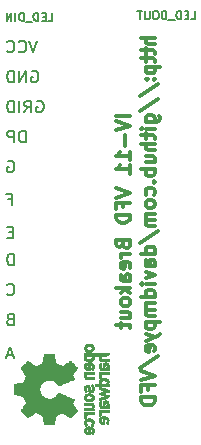
<source format=gbo>
G04 #@! TF.GenerationSoftware,KiCad,Pcbnew,5.0.0-rc2-unknown-e4a6f2e~65~ubuntu18.04.1*
G04 #@! TF.CreationDate,2018-06-05T21:23:57+01:00*
G04 #@! TF.ProjectId,IV-11-breakout,49562D31312D627265616B6F75742E6B,rev?*
G04 #@! TF.SameCoordinates,Original*
G04 #@! TF.FileFunction,Legend,Bot*
G04 #@! TF.FilePolarity,Positive*
%FSLAX46Y46*%
G04 Gerber Fmt 4.6, Leading zero omitted, Abs format (unit mm)*
G04 Created by KiCad (PCBNEW 5.0.0-rc2-unknown-e4a6f2e~65~ubuntu18.04.1) date Tue Jun  5 21:23:57 2018*
%MOMM*%
%LPD*%
G01*
G04 APERTURE LIST*
%ADD10C,0.175000*%
%ADD11C,0.300000*%
%ADD12C,0.010000*%
%ADD13C,0.150000*%
G04 APERTURE END LIST*
D10*
X107402190Y-109228000D02*
X107497428Y-109180380D01*
X107640285Y-109180380D01*
X107783142Y-109228000D01*
X107878380Y-109323238D01*
X107926000Y-109418476D01*
X107973619Y-109608952D01*
X107973619Y-109751809D01*
X107926000Y-109942285D01*
X107878380Y-110037523D01*
X107783142Y-110132761D01*
X107640285Y-110180380D01*
X107545047Y-110180380D01*
X107402190Y-110132761D01*
X107354571Y-110085142D01*
X107354571Y-109751809D01*
X107545047Y-109751809D01*
X106354571Y-110180380D02*
X106687904Y-109704190D01*
X106926000Y-110180380D02*
X106926000Y-109180380D01*
X106545047Y-109180380D01*
X106449809Y-109228000D01*
X106402190Y-109275619D01*
X106354571Y-109370857D01*
X106354571Y-109513714D01*
X106402190Y-109608952D01*
X106449809Y-109656571D01*
X106545047Y-109704190D01*
X106926000Y-109704190D01*
X105926000Y-110180380D02*
X105926000Y-109180380D01*
X105449809Y-110180380D02*
X105449809Y-109180380D01*
X105211714Y-109180380D01*
X105068857Y-109228000D01*
X104973619Y-109323238D01*
X104926000Y-109418476D01*
X104878380Y-109608952D01*
X104878380Y-109751809D01*
X104926000Y-109942285D01*
X104973619Y-110037523D01*
X105068857Y-110132761D01*
X105211714Y-110180380D01*
X105449809Y-110180380D01*
D11*
X115316857Y-110494285D02*
X114116857Y-110494285D01*
X114116857Y-110894285D02*
X115316857Y-111294285D01*
X114116857Y-111694285D01*
X114859714Y-112094285D02*
X114859714Y-113008571D01*
X115316857Y-114208571D02*
X115316857Y-113522857D01*
X115316857Y-113865714D02*
X114116857Y-113865714D01*
X114288285Y-113751428D01*
X114402571Y-113637142D01*
X114459714Y-113522857D01*
X115316857Y-115351428D02*
X115316857Y-114665714D01*
X115316857Y-115008571D02*
X114116857Y-115008571D01*
X114288285Y-114894285D01*
X114402571Y-114780000D01*
X114459714Y-114665714D01*
X114116857Y-116608571D02*
X115316857Y-117008571D01*
X114116857Y-117408571D01*
X114688285Y-118208571D02*
X114688285Y-117808571D01*
X115316857Y-117808571D02*
X114116857Y-117808571D01*
X114116857Y-118380000D01*
X115316857Y-118837142D02*
X114116857Y-118837142D01*
X114116857Y-119122857D01*
X114174000Y-119294285D01*
X114288285Y-119408571D01*
X114402571Y-119465714D01*
X114631142Y-119522857D01*
X114802571Y-119522857D01*
X115031142Y-119465714D01*
X115145428Y-119408571D01*
X115259714Y-119294285D01*
X115316857Y-119122857D01*
X115316857Y-118837142D01*
X114688285Y-121351428D02*
X114745428Y-121522857D01*
X114802571Y-121580000D01*
X114916857Y-121637142D01*
X115088285Y-121637142D01*
X115202571Y-121580000D01*
X115259714Y-121522857D01*
X115316857Y-121408571D01*
X115316857Y-120951428D01*
X114116857Y-120951428D01*
X114116857Y-121351428D01*
X114174000Y-121465714D01*
X114231142Y-121522857D01*
X114345428Y-121580000D01*
X114459714Y-121580000D01*
X114574000Y-121522857D01*
X114631142Y-121465714D01*
X114688285Y-121351428D01*
X114688285Y-120951428D01*
X115316857Y-122151428D02*
X114516857Y-122151428D01*
X114745428Y-122151428D02*
X114631142Y-122208571D01*
X114574000Y-122265714D01*
X114516857Y-122380000D01*
X114516857Y-122494285D01*
X115259714Y-123351428D02*
X115316857Y-123237142D01*
X115316857Y-123008571D01*
X115259714Y-122894285D01*
X115145428Y-122837142D01*
X114688285Y-122837142D01*
X114574000Y-122894285D01*
X114516857Y-123008571D01*
X114516857Y-123237142D01*
X114574000Y-123351428D01*
X114688285Y-123408571D01*
X114802571Y-123408571D01*
X114916857Y-122837142D01*
X115316857Y-124437142D02*
X114688285Y-124437142D01*
X114574000Y-124380000D01*
X114516857Y-124265714D01*
X114516857Y-124037142D01*
X114574000Y-123922857D01*
X115259714Y-124437142D02*
X115316857Y-124322857D01*
X115316857Y-124037142D01*
X115259714Y-123922857D01*
X115145428Y-123865714D01*
X115031142Y-123865714D01*
X114916857Y-123922857D01*
X114859714Y-124037142D01*
X114859714Y-124322857D01*
X114802571Y-124437142D01*
X115316857Y-125008571D02*
X114116857Y-125008571D01*
X114859714Y-125122857D02*
X115316857Y-125465714D01*
X114516857Y-125465714D02*
X114974000Y-125008571D01*
X115316857Y-126151428D02*
X115259714Y-126037142D01*
X115202571Y-125980000D01*
X115088285Y-125922857D01*
X114745428Y-125922857D01*
X114631142Y-125980000D01*
X114574000Y-126037142D01*
X114516857Y-126151428D01*
X114516857Y-126322857D01*
X114574000Y-126437142D01*
X114631142Y-126494285D01*
X114745428Y-126551428D01*
X115088285Y-126551428D01*
X115202571Y-126494285D01*
X115259714Y-126437142D01*
X115316857Y-126322857D01*
X115316857Y-126151428D01*
X114516857Y-127580000D02*
X115316857Y-127580000D01*
X114516857Y-127065714D02*
X115145428Y-127065714D01*
X115259714Y-127122857D01*
X115316857Y-127237142D01*
X115316857Y-127408571D01*
X115259714Y-127522857D01*
X115202571Y-127580000D01*
X114516857Y-127980000D02*
X114516857Y-128437142D01*
X114116857Y-128151428D02*
X115145428Y-128151428D01*
X115259714Y-128208571D01*
X115316857Y-128322857D01*
X115316857Y-128437142D01*
X117416857Y-103837142D02*
X116216857Y-103837142D01*
X117416857Y-104351428D02*
X116788285Y-104351428D01*
X116674000Y-104294285D01*
X116616857Y-104180000D01*
X116616857Y-104008571D01*
X116674000Y-103894285D01*
X116731142Y-103837142D01*
X116616857Y-104751428D02*
X116616857Y-105208571D01*
X116216857Y-104922857D02*
X117245428Y-104922857D01*
X117359714Y-104980000D01*
X117416857Y-105094285D01*
X117416857Y-105208571D01*
X116616857Y-105437142D02*
X116616857Y-105894285D01*
X116216857Y-105608571D02*
X117245428Y-105608571D01*
X117359714Y-105665714D01*
X117416857Y-105780000D01*
X117416857Y-105894285D01*
X116616857Y-106294285D02*
X117816857Y-106294285D01*
X116674000Y-106294285D02*
X116616857Y-106408571D01*
X116616857Y-106637142D01*
X116674000Y-106751428D01*
X116731142Y-106808571D01*
X116845428Y-106865714D01*
X117188285Y-106865714D01*
X117302571Y-106808571D01*
X117359714Y-106751428D01*
X117416857Y-106637142D01*
X117416857Y-106408571D01*
X117359714Y-106294285D01*
X117302571Y-107380000D02*
X117359714Y-107437142D01*
X117416857Y-107380000D01*
X117359714Y-107322857D01*
X117302571Y-107380000D01*
X117416857Y-107380000D01*
X116674000Y-107380000D02*
X116731142Y-107437142D01*
X116788285Y-107380000D01*
X116731142Y-107322857D01*
X116674000Y-107380000D01*
X116788285Y-107380000D01*
X116159714Y-108808571D02*
X117702571Y-107780000D01*
X116159714Y-110065714D02*
X117702571Y-109037142D01*
X116616857Y-110980000D02*
X117588285Y-110980000D01*
X117702571Y-110922857D01*
X117759714Y-110865714D01*
X117816857Y-110751428D01*
X117816857Y-110580000D01*
X117759714Y-110465714D01*
X117359714Y-110980000D02*
X117416857Y-110865714D01*
X117416857Y-110637142D01*
X117359714Y-110522857D01*
X117302571Y-110465714D01*
X117188285Y-110408571D01*
X116845428Y-110408571D01*
X116731142Y-110465714D01*
X116674000Y-110522857D01*
X116616857Y-110637142D01*
X116616857Y-110865714D01*
X116674000Y-110980000D01*
X117416857Y-111551428D02*
X116616857Y-111551428D01*
X116216857Y-111551428D02*
X116274000Y-111494285D01*
X116331142Y-111551428D01*
X116274000Y-111608571D01*
X116216857Y-111551428D01*
X116331142Y-111551428D01*
X116616857Y-111951428D02*
X116616857Y-112408571D01*
X116216857Y-112122857D02*
X117245428Y-112122857D01*
X117359714Y-112180000D01*
X117416857Y-112294285D01*
X117416857Y-112408571D01*
X117416857Y-112808571D02*
X116216857Y-112808571D01*
X117416857Y-113322857D02*
X116788285Y-113322857D01*
X116674000Y-113265714D01*
X116616857Y-113151428D01*
X116616857Y-112980000D01*
X116674000Y-112865714D01*
X116731142Y-112808571D01*
X116616857Y-114408571D02*
X117416857Y-114408571D01*
X116616857Y-113894285D02*
X117245428Y-113894285D01*
X117359714Y-113951428D01*
X117416857Y-114065714D01*
X117416857Y-114237142D01*
X117359714Y-114351428D01*
X117302571Y-114408571D01*
X117416857Y-114980000D02*
X116216857Y-114980000D01*
X116674000Y-114980000D02*
X116616857Y-115094285D01*
X116616857Y-115322857D01*
X116674000Y-115437142D01*
X116731142Y-115494285D01*
X116845428Y-115551428D01*
X117188285Y-115551428D01*
X117302571Y-115494285D01*
X117359714Y-115437142D01*
X117416857Y-115322857D01*
X117416857Y-115094285D01*
X117359714Y-114980000D01*
X117302571Y-116065714D02*
X117359714Y-116122857D01*
X117416857Y-116065714D01*
X117359714Y-116008571D01*
X117302571Y-116065714D01*
X117416857Y-116065714D01*
X117359714Y-117151428D02*
X117416857Y-117037142D01*
X117416857Y-116808571D01*
X117359714Y-116694285D01*
X117302571Y-116637142D01*
X117188285Y-116580000D01*
X116845428Y-116580000D01*
X116731142Y-116637142D01*
X116674000Y-116694285D01*
X116616857Y-116808571D01*
X116616857Y-117037142D01*
X116674000Y-117151428D01*
X117416857Y-117837142D02*
X117359714Y-117722857D01*
X117302571Y-117665714D01*
X117188285Y-117608571D01*
X116845428Y-117608571D01*
X116731142Y-117665714D01*
X116674000Y-117722857D01*
X116616857Y-117837142D01*
X116616857Y-118008571D01*
X116674000Y-118122857D01*
X116731142Y-118180000D01*
X116845428Y-118237142D01*
X117188285Y-118237142D01*
X117302571Y-118180000D01*
X117359714Y-118122857D01*
X117416857Y-118008571D01*
X117416857Y-117837142D01*
X117416857Y-118751428D02*
X116616857Y-118751428D01*
X116731142Y-118751428D02*
X116674000Y-118808571D01*
X116616857Y-118922857D01*
X116616857Y-119094285D01*
X116674000Y-119208571D01*
X116788285Y-119265714D01*
X117416857Y-119265714D01*
X116788285Y-119265714D02*
X116674000Y-119322857D01*
X116616857Y-119437142D01*
X116616857Y-119608571D01*
X116674000Y-119722857D01*
X116788285Y-119780000D01*
X117416857Y-119780000D01*
X116159714Y-121208571D02*
X117702571Y-120180000D01*
X117416857Y-122122857D02*
X116216857Y-122122857D01*
X117359714Y-122122857D02*
X117416857Y-122008571D01*
X117416857Y-121780000D01*
X117359714Y-121665714D01*
X117302571Y-121608571D01*
X117188285Y-121551428D01*
X116845428Y-121551428D01*
X116731142Y-121608571D01*
X116674000Y-121665714D01*
X116616857Y-121780000D01*
X116616857Y-122008571D01*
X116674000Y-122122857D01*
X117416857Y-123208571D02*
X116788285Y-123208571D01*
X116674000Y-123151428D01*
X116616857Y-123037142D01*
X116616857Y-122808571D01*
X116674000Y-122694285D01*
X117359714Y-123208571D02*
X117416857Y-123094285D01*
X117416857Y-122808571D01*
X117359714Y-122694285D01*
X117245428Y-122637142D01*
X117131142Y-122637142D01*
X117016857Y-122694285D01*
X116959714Y-122808571D01*
X116959714Y-123094285D01*
X116902571Y-123208571D01*
X116616857Y-123665714D02*
X117416857Y-123951428D01*
X116616857Y-124237142D01*
X117416857Y-124694285D02*
X116616857Y-124694285D01*
X116216857Y-124694285D02*
X116274000Y-124637142D01*
X116331142Y-124694285D01*
X116274000Y-124751428D01*
X116216857Y-124694285D01*
X116331142Y-124694285D01*
X117416857Y-125780000D02*
X116216857Y-125780000D01*
X117359714Y-125780000D02*
X117416857Y-125665714D01*
X117416857Y-125437142D01*
X117359714Y-125322857D01*
X117302571Y-125265714D01*
X117188285Y-125208571D01*
X116845428Y-125208571D01*
X116731142Y-125265714D01*
X116674000Y-125322857D01*
X116616857Y-125437142D01*
X116616857Y-125665714D01*
X116674000Y-125780000D01*
X117416857Y-126351428D02*
X116616857Y-126351428D01*
X116731142Y-126351428D02*
X116674000Y-126408571D01*
X116616857Y-126522857D01*
X116616857Y-126694285D01*
X116674000Y-126808571D01*
X116788285Y-126865714D01*
X117416857Y-126865714D01*
X116788285Y-126865714D02*
X116674000Y-126922857D01*
X116616857Y-127037142D01*
X116616857Y-127208571D01*
X116674000Y-127322857D01*
X116788285Y-127380000D01*
X117416857Y-127380000D01*
X116616857Y-127951428D02*
X117816857Y-127951428D01*
X116674000Y-127951428D02*
X116616857Y-128065714D01*
X116616857Y-128294285D01*
X116674000Y-128408571D01*
X116731142Y-128465714D01*
X116845428Y-128522857D01*
X117188285Y-128522857D01*
X117302571Y-128465714D01*
X117359714Y-128408571D01*
X117416857Y-128294285D01*
X117416857Y-128065714D01*
X117359714Y-127951428D01*
X116616857Y-128922857D02*
X117416857Y-129208571D01*
X116616857Y-129494285D02*
X117416857Y-129208571D01*
X117702571Y-129094285D01*
X117759714Y-129037142D01*
X117816857Y-128922857D01*
X117359714Y-130408571D02*
X117416857Y-130294285D01*
X117416857Y-130065714D01*
X117359714Y-129951428D01*
X117245428Y-129894285D01*
X116788285Y-129894285D01*
X116674000Y-129951428D01*
X116616857Y-130065714D01*
X116616857Y-130294285D01*
X116674000Y-130408571D01*
X116788285Y-130465714D01*
X116902571Y-130465714D01*
X117016857Y-129894285D01*
X116159714Y-131837142D02*
X117702571Y-130808571D01*
X116216857Y-132065714D02*
X117416857Y-132465714D01*
X116216857Y-132865714D01*
X116788285Y-133665714D02*
X116788285Y-133265714D01*
X117416857Y-133265714D02*
X116216857Y-133265714D01*
X116216857Y-133837142D01*
X117416857Y-134294285D02*
X116216857Y-134294285D01*
X116216857Y-134580000D01*
X116274000Y-134751428D01*
X116388285Y-134865714D01*
X116502571Y-134922857D01*
X116731142Y-134980000D01*
X116902571Y-134980000D01*
X117131142Y-134922857D01*
X117245428Y-134865714D01*
X117359714Y-134751428D01*
X117416857Y-134580000D01*
X117416857Y-134294285D01*
D10*
X105354571Y-130722666D02*
X104878380Y-130722666D01*
X105449809Y-131008380D02*
X105116476Y-130008380D01*
X104783142Y-131008380D01*
X105116476Y-127690571D02*
X104973619Y-127738190D01*
X104926000Y-127785809D01*
X104878381Y-127881047D01*
X104878381Y-128023904D01*
X104926000Y-128119142D01*
X104973619Y-128166761D01*
X105068857Y-128214380D01*
X105449809Y-128214380D01*
X105449809Y-127214380D01*
X105116476Y-127214380D01*
X105021238Y-127262000D01*
X104973619Y-127309619D01*
X104926000Y-127404857D01*
X104926000Y-127500095D01*
X104973619Y-127595333D01*
X105021238Y-127642952D01*
X105116476Y-127690571D01*
X105449809Y-127690571D01*
X104878381Y-125579142D02*
X104926000Y-125626761D01*
X105068857Y-125674380D01*
X105164095Y-125674380D01*
X105306952Y-125626761D01*
X105402190Y-125531523D01*
X105449809Y-125436285D01*
X105497428Y-125245809D01*
X105497428Y-125102952D01*
X105449809Y-124912476D01*
X105402190Y-124817238D01*
X105306952Y-124722000D01*
X105164095Y-124674380D01*
X105068857Y-124674380D01*
X104926000Y-124722000D01*
X104878381Y-124769619D01*
X105449809Y-123134380D02*
X105449809Y-122134380D01*
X105211714Y-122134380D01*
X105068857Y-122182000D01*
X104973619Y-122277238D01*
X104926000Y-122372476D01*
X104878381Y-122562952D01*
X104878381Y-122705809D01*
X104926000Y-122896285D01*
X104973619Y-122991523D01*
X105068857Y-123086761D01*
X105211714Y-123134380D01*
X105449809Y-123134380D01*
X105354571Y-120324571D02*
X105021238Y-120324571D01*
X104878381Y-120848380D02*
X105354571Y-120848380D01*
X105354571Y-119848380D01*
X104878381Y-119848380D01*
X104973618Y-117530571D02*
X105306952Y-117530571D01*
X105306952Y-118054380D02*
X105306952Y-117054380D01*
X104830761Y-117054380D01*
X104926000Y-114308000D02*
X105021238Y-114260380D01*
X105164095Y-114260380D01*
X105306952Y-114308000D01*
X105402190Y-114403238D01*
X105449809Y-114498476D01*
X105497428Y-114688952D01*
X105497428Y-114831809D01*
X105449809Y-115022285D01*
X105402190Y-115117523D01*
X105306952Y-115212761D01*
X105164095Y-115260380D01*
X105068857Y-115260380D01*
X104926000Y-115212761D01*
X104878381Y-115165142D01*
X104878381Y-114831809D01*
X105068857Y-114831809D01*
X106449809Y-112720380D02*
X106449809Y-111720380D01*
X106211714Y-111720380D01*
X106068857Y-111768000D01*
X105973619Y-111863238D01*
X105926000Y-111958476D01*
X105878381Y-112148952D01*
X105878381Y-112291809D01*
X105926000Y-112482285D01*
X105973619Y-112577523D01*
X106068857Y-112672761D01*
X106211714Y-112720380D01*
X106449809Y-112720380D01*
X105449809Y-112720380D02*
X105449809Y-111720380D01*
X105068857Y-111720380D01*
X104973619Y-111768000D01*
X104926000Y-111815619D01*
X104878381Y-111910857D01*
X104878381Y-112053714D01*
X104926000Y-112148952D01*
X104973619Y-112196571D01*
X105068857Y-112244190D01*
X105449809Y-112244190D01*
X106973618Y-106688000D02*
X107068856Y-106640380D01*
X107211714Y-106640380D01*
X107354571Y-106688000D01*
X107449809Y-106783238D01*
X107497428Y-106878476D01*
X107545047Y-107068952D01*
X107545047Y-107211809D01*
X107497428Y-107402285D01*
X107449809Y-107497523D01*
X107354571Y-107592761D01*
X107211714Y-107640380D01*
X107116475Y-107640380D01*
X106973618Y-107592761D01*
X106925999Y-107545142D01*
X106925999Y-107211809D01*
X107116475Y-107211809D01*
X106497428Y-107640380D02*
X106497428Y-106640380D01*
X105925999Y-107640380D01*
X105925999Y-106640380D01*
X105449809Y-107640380D02*
X105449809Y-106640380D01*
X105211714Y-106640380D01*
X105068856Y-106688000D01*
X104973618Y-106783238D01*
X104925999Y-106878476D01*
X104878380Y-107068952D01*
X104878380Y-107211809D01*
X104925999Y-107402285D01*
X104973618Y-107497523D01*
X105068856Y-107592761D01*
X105211714Y-107640380D01*
X105449809Y-107640380D01*
X107449809Y-104100380D02*
X107116476Y-105100380D01*
X106783142Y-104100380D01*
X105878380Y-105005142D02*
X105925999Y-105052761D01*
X106068856Y-105100380D01*
X106164095Y-105100380D01*
X106306952Y-105052761D01*
X106402190Y-104957523D01*
X106449809Y-104862285D01*
X106497428Y-104671809D01*
X106497428Y-104528952D01*
X106449809Y-104338476D01*
X106402190Y-104243238D01*
X106306952Y-104148000D01*
X106164095Y-104100380D01*
X106068856Y-104100380D01*
X105925999Y-104148000D01*
X105878380Y-104195619D01*
X104878380Y-105005142D02*
X104925999Y-105052761D01*
X105068856Y-105100380D01*
X105164095Y-105100380D01*
X105306952Y-105052761D01*
X105402190Y-104957523D01*
X105449809Y-104862285D01*
X105497428Y-104671809D01*
X105497428Y-104528952D01*
X105449809Y-104338476D01*
X105402190Y-104243238D01*
X105306952Y-104148000D01*
X105164095Y-104100380D01*
X105068856Y-104100380D01*
X104925999Y-104148000D01*
X104878380Y-104195619D01*
X108387905Y-102424666D02*
X108721238Y-102424666D01*
X108721238Y-101724666D01*
X108154571Y-102058000D02*
X107921238Y-102058000D01*
X107821238Y-102424666D02*
X108154571Y-102424666D01*
X108154571Y-101724666D01*
X107821238Y-101724666D01*
X107521238Y-102424666D02*
X107521238Y-101724666D01*
X107354571Y-101724666D01*
X107254571Y-101758000D01*
X107187905Y-101824666D01*
X107154571Y-101891333D01*
X107121238Y-102024666D01*
X107121238Y-102124666D01*
X107154571Y-102258000D01*
X107187905Y-102324666D01*
X107254571Y-102391333D01*
X107354571Y-102424666D01*
X107521238Y-102424666D01*
X106987905Y-102491333D02*
X106454571Y-102491333D01*
X106287905Y-102424666D02*
X106287905Y-101724666D01*
X106121238Y-101724666D01*
X106021238Y-101758000D01*
X105954571Y-101824666D01*
X105921238Y-101891333D01*
X105887905Y-102024666D01*
X105887905Y-102124666D01*
X105921238Y-102258000D01*
X105954571Y-102324666D01*
X106021238Y-102391333D01*
X106121238Y-102424666D01*
X106287905Y-102424666D01*
X105587905Y-102424666D02*
X105587905Y-101724666D01*
X105254571Y-102424666D02*
X105254571Y-101724666D01*
X104854571Y-102424666D01*
X104854571Y-101724666D01*
D12*
G04 #@! TO.C,REF\002A\002A*
G36*
X105872576Y-134104964D02*
X106273322Y-134180513D01*
X106503154Y-134738041D01*
X106275748Y-135072465D01*
X106212431Y-135166122D01*
X106155896Y-135250782D01*
X106108727Y-135322495D01*
X106073502Y-135377311D01*
X106052805Y-135411280D01*
X106048342Y-135420530D01*
X106059820Y-135437195D01*
X106091551Y-135472806D01*
X106139483Y-135523371D01*
X106199562Y-135584900D01*
X106267733Y-135653399D01*
X106339945Y-135724879D01*
X106412142Y-135795347D01*
X106480273Y-135860811D01*
X106540283Y-135917280D01*
X106588119Y-135960763D01*
X106619727Y-135987268D01*
X106630305Y-135993605D01*
X106649806Y-135984486D01*
X106692531Y-135958920D01*
X106754298Y-135919597D01*
X106830931Y-135869203D01*
X106918248Y-135810427D01*
X106968052Y-135776368D01*
X107058993Y-135714289D01*
X107141059Y-135659126D01*
X107210163Y-135613554D01*
X107262222Y-135580250D01*
X107293150Y-135561890D01*
X107299650Y-135559131D01*
X107318121Y-135565385D01*
X107361172Y-135582434D01*
X107422749Y-135607703D01*
X107496799Y-135638622D01*
X107577270Y-135672618D01*
X107658107Y-135707118D01*
X107733258Y-135739551D01*
X107796671Y-135767343D01*
X107842293Y-135787923D01*
X107864069Y-135798719D01*
X107864926Y-135799356D01*
X107869084Y-135816307D01*
X107878361Y-135861451D01*
X107891844Y-135930110D01*
X107908621Y-136017602D01*
X107927781Y-136119250D01*
X107938830Y-136178556D01*
X107959510Y-136287172D01*
X107979189Y-136385277D01*
X107996789Y-136467909D01*
X108011233Y-136530104D01*
X108021446Y-136566899D01*
X108024686Y-136574296D01*
X108046617Y-136581540D01*
X108096147Y-136587385D01*
X108167485Y-136591835D01*
X108254839Y-136594893D01*
X108352417Y-136596565D01*
X108454426Y-136596853D01*
X108555075Y-136595761D01*
X108648572Y-136593294D01*
X108729125Y-136589456D01*
X108790942Y-136584250D01*
X108828230Y-136577681D01*
X108835993Y-136573741D01*
X108845298Y-136550188D01*
X108858600Y-136500282D01*
X108874337Y-136430623D01*
X108890946Y-136347813D01*
X108896319Y-136318905D01*
X108921848Y-136179531D01*
X108942408Y-136069436D01*
X108958815Y-135984982D01*
X108971887Y-135922530D01*
X108982441Y-135878444D01*
X108991294Y-135849085D01*
X108999263Y-135830815D01*
X109007165Y-135819998D01*
X109008727Y-135818485D01*
X109033886Y-135803377D01*
X109082850Y-135780329D01*
X109149621Y-135751644D01*
X109228205Y-135719622D01*
X109312607Y-135686565D01*
X109396830Y-135654773D01*
X109474879Y-135626549D01*
X109540759Y-135604193D01*
X109588473Y-135590007D01*
X109612027Y-135586293D01*
X109612852Y-135586602D01*
X109632104Y-135599189D01*
X109674463Y-135627744D01*
X109735521Y-135669267D01*
X109810868Y-135720756D01*
X109896096Y-135779211D01*
X109920315Y-135795858D01*
X110008123Y-135855215D01*
X110088238Y-135907447D01*
X110156062Y-135949708D01*
X110206993Y-135979153D01*
X110236431Y-135992937D01*
X110240048Y-135993605D01*
X110259057Y-135982024D01*
X110296714Y-135950024D01*
X110348973Y-135901718D01*
X110411786Y-135841220D01*
X110481106Y-135772644D01*
X110552885Y-135700104D01*
X110623077Y-135627712D01*
X110687635Y-135559584D01*
X110742510Y-135499832D01*
X110783656Y-135452571D01*
X110807026Y-135421913D01*
X110810842Y-135413432D01*
X110801855Y-135393691D01*
X110777616Y-135353274D01*
X110742209Y-135298763D01*
X110713711Y-135256823D01*
X110661418Y-135180829D01*
X110599845Y-135090834D01*
X110538370Y-135000564D01*
X110505469Y-134952032D01*
X110394359Y-134787762D01*
X110468916Y-134649869D01*
X110501578Y-134587049D01*
X110526966Y-134533629D01*
X110541446Y-134497484D01*
X110543460Y-134488284D01*
X110528584Y-134477221D01*
X110486547Y-134455394D01*
X110421227Y-134424434D01*
X110336500Y-134385970D01*
X110236245Y-134341632D01*
X110124339Y-134293047D01*
X110004659Y-134241846D01*
X109881084Y-134189659D01*
X109757491Y-134138113D01*
X109637757Y-134088840D01*
X109525759Y-134043467D01*
X109425377Y-134003625D01*
X109340486Y-133970942D01*
X109274965Y-133947049D01*
X109232690Y-133933574D01*
X109218172Y-133931406D01*
X109199653Y-133948583D01*
X109169590Y-133986190D01*
X109134232Y-134036366D01*
X109131434Y-134040578D01*
X109027625Y-134170264D01*
X108906515Y-134274834D01*
X108771976Y-134353381D01*
X108627882Y-134404999D01*
X108478105Y-134428782D01*
X108326517Y-134423823D01*
X108176992Y-134389217D01*
X108033400Y-134324057D01*
X108001984Y-134304886D01*
X107875125Y-134205174D01*
X107773255Y-134087377D01*
X107696904Y-133955571D01*
X107646602Y-133813833D01*
X107622879Y-133666242D01*
X107626265Y-133516873D01*
X107657288Y-133369803D01*
X107716480Y-133229111D01*
X107804369Y-133098873D01*
X107840042Y-133058586D01*
X107951706Y-132956055D01*
X108069257Y-132881341D01*
X108201020Y-132830090D01*
X108331507Y-132801546D01*
X108478216Y-132794500D01*
X108625653Y-132817996D01*
X108768834Y-132869649D01*
X108902777Y-132947071D01*
X109022498Y-133047875D01*
X109123014Y-133169676D01*
X109133609Y-133185684D01*
X109168306Y-133236398D01*
X109198370Y-133274950D01*
X109217565Y-133293381D01*
X109218172Y-133293649D01*
X109238936Y-133289692D01*
X109286062Y-133274007D01*
X109355673Y-133248222D01*
X109443893Y-133213969D01*
X109546844Y-133172877D01*
X109660650Y-133126576D01*
X109781435Y-133076696D01*
X109905321Y-133024867D01*
X110028432Y-132972719D01*
X110146891Y-132921882D01*
X110256823Y-132873987D01*
X110354349Y-132830662D01*
X110435593Y-132793538D01*
X110496679Y-132764244D01*
X110533730Y-132744412D01*
X110543460Y-132736426D01*
X110535883Y-132712021D01*
X110515560Y-132666358D01*
X110486125Y-132607310D01*
X110468916Y-132574840D01*
X110394359Y-132436947D01*
X110505469Y-132272677D01*
X110562390Y-132188821D01*
X110625030Y-132097013D01*
X110684011Y-132010980D01*
X110713711Y-131967887D01*
X110754410Y-131907277D01*
X110786663Y-131855955D01*
X110806384Y-131820615D01*
X110810554Y-131809137D01*
X110799307Y-131792430D01*
X110767911Y-131755454D01*
X110719624Y-131701795D01*
X110657708Y-131635038D01*
X110585421Y-131558766D01*
X110539008Y-131510527D01*
X110456087Y-131426133D01*
X110381920Y-131353197D01*
X110319680Y-131294669D01*
X110272541Y-131253497D01*
X110243673Y-131232628D01*
X110237815Y-131230626D01*
X110215532Y-131239917D01*
X110170477Y-131265591D01*
X110107211Y-131304800D01*
X110030295Y-131354697D01*
X109944292Y-131412433D01*
X109920315Y-131428851D01*
X109833170Y-131488677D01*
X109754710Y-131542350D01*
X109689345Y-131586870D01*
X109641484Y-131619235D01*
X109615535Y-131636445D01*
X109612852Y-131638107D01*
X109592172Y-131635621D01*
X109546704Y-131622423D01*
X109482444Y-131600814D01*
X109405387Y-131573096D01*
X109321529Y-131541570D01*
X109236866Y-131508537D01*
X109157392Y-131476299D01*
X109089104Y-131447157D01*
X109037997Y-131423412D01*
X109010067Y-131407365D01*
X109008727Y-131406225D01*
X109000745Y-131396412D01*
X108992851Y-131379839D01*
X108984229Y-131352868D01*
X108974062Y-131311861D01*
X108961531Y-131253180D01*
X108945821Y-131173187D01*
X108926113Y-131068245D01*
X108901592Y-130934715D01*
X108896319Y-130905804D01*
X108879764Y-130820118D01*
X108863569Y-130745418D01*
X108849296Y-130688306D01*
X108838508Y-130655383D01*
X108835993Y-130650969D01*
X108813696Y-130643694D01*
X108763869Y-130637781D01*
X108692304Y-130633234D01*
X108604793Y-130630055D01*
X108507128Y-130628251D01*
X108405101Y-130627823D01*
X108304503Y-130628777D01*
X108211127Y-130631116D01*
X108130765Y-130634844D01*
X108069209Y-130639966D01*
X108032250Y-130646484D01*
X108024686Y-130650414D01*
X108017056Y-130672292D01*
X108004642Y-130722109D01*
X107988522Y-130794903D01*
X107969773Y-130885711D01*
X107949471Y-130989569D01*
X107938830Y-131046154D01*
X107918760Y-131153514D01*
X107900580Y-131249254D01*
X107885199Y-131328694D01*
X107873531Y-131387154D01*
X107866488Y-131419955D01*
X107864926Y-131425354D01*
X107847322Y-131434478D01*
X107804918Y-131453765D01*
X107743772Y-131480645D01*
X107669943Y-131512546D01*
X107589489Y-131546898D01*
X107508468Y-131581129D01*
X107432937Y-131612669D01*
X107368955Y-131638946D01*
X107322580Y-131657389D01*
X107299869Y-131665429D01*
X107298876Y-131665578D01*
X107280961Y-131656465D01*
X107239733Y-131630914D01*
X107179291Y-131591612D01*
X107103731Y-131541243D01*
X107017152Y-131482494D01*
X106967421Y-131448342D01*
X106876236Y-131386110D01*
X106793449Y-131330836D01*
X106723249Y-131285218D01*
X106669824Y-131251952D01*
X106637361Y-131233736D01*
X106630083Y-131231105D01*
X106613145Y-131242414D01*
X106576978Y-131273681D01*
X106525635Y-131320910D01*
X106463167Y-131380108D01*
X106393626Y-131447281D01*
X106321065Y-131518434D01*
X106249535Y-131589574D01*
X106183087Y-131656707D01*
X106125774Y-131715839D01*
X106081647Y-131762975D01*
X106054759Y-131794123D01*
X106048342Y-131804543D01*
X106057365Y-131821509D01*
X106082715Y-131862089D01*
X106121810Y-131922337D01*
X106172071Y-131998307D01*
X106230917Y-132086054D01*
X106275748Y-132152244D01*
X106503154Y-132486668D01*
X106388238Y-132765433D01*
X106273322Y-133044197D01*
X105872576Y-133119746D01*
X105471829Y-133195294D01*
X105471829Y-134029415D01*
X105872576Y-134104964D01*
X105872576Y-134104964D01*
G37*
X105872576Y-134104964D02*
X106273322Y-134180513D01*
X106503154Y-134738041D01*
X106275748Y-135072465D01*
X106212431Y-135166122D01*
X106155896Y-135250782D01*
X106108727Y-135322495D01*
X106073502Y-135377311D01*
X106052805Y-135411280D01*
X106048342Y-135420530D01*
X106059820Y-135437195D01*
X106091551Y-135472806D01*
X106139483Y-135523371D01*
X106199562Y-135584900D01*
X106267733Y-135653399D01*
X106339945Y-135724879D01*
X106412142Y-135795347D01*
X106480273Y-135860811D01*
X106540283Y-135917280D01*
X106588119Y-135960763D01*
X106619727Y-135987268D01*
X106630305Y-135993605D01*
X106649806Y-135984486D01*
X106692531Y-135958920D01*
X106754298Y-135919597D01*
X106830931Y-135869203D01*
X106918248Y-135810427D01*
X106968052Y-135776368D01*
X107058993Y-135714289D01*
X107141059Y-135659126D01*
X107210163Y-135613554D01*
X107262222Y-135580250D01*
X107293150Y-135561890D01*
X107299650Y-135559131D01*
X107318121Y-135565385D01*
X107361172Y-135582434D01*
X107422749Y-135607703D01*
X107496799Y-135638622D01*
X107577270Y-135672618D01*
X107658107Y-135707118D01*
X107733258Y-135739551D01*
X107796671Y-135767343D01*
X107842293Y-135787923D01*
X107864069Y-135798719D01*
X107864926Y-135799356D01*
X107869084Y-135816307D01*
X107878361Y-135861451D01*
X107891844Y-135930110D01*
X107908621Y-136017602D01*
X107927781Y-136119250D01*
X107938830Y-136178556D01*
X107959510Y-136287172D01*
X107979189Y-136385277D01*
X107996789Y-136467909D01*
X108011233Y-136530104D01*
X108021446Y-136566899D01*
X108024686Y-136574296D01*
X108046617Y-136581540D01*
X108096147Y-136587385D01*
X108167485Y-136591835D01*
X108254839Y-136594893D01*
X108352417Y-136596565D01*
X108454426Y-136596853D01*
X108555075Y-136595761D01*
X108648572Y-136593294D01*
X108729125Y-136589456D01*
X108790942Y-136584250D01*
X108828230Y-136577681D01*
X108835993Y-136573741D01*
X108845298Y-136550188D01*
X108858600Y-136500282D01*
X108874337Y-136430623D01*
X108890946Y-136347813D01*
X108896319Y-136318905D01*
X108921848Y-136179531D01*
X108942408Y-136069436D01*
X108958815Y-135984982D01*
X108971887Y-135922530D01*
X108982441Y-135878444D01*
X108991294Y-135849085D01*
X108999263Y-135830815D01*
X109007165Y-135819998D01*
X109008727Y-135818485D01*
X109033886Y-135803377D01*
X109082850Y-135780329D01*
X109149621Y-135751644D01*
X109228205Y-135719622D01*
X109312607Y-135686565D01*
X109396830Y-135654773D01*
X109474879Y-135626549D01*
X109540759Y-135604193D01*
X109588473Y-135590007D01*
X109612027Y-135586293D01*
X109612852Y-135586602D01*
X109632104Y-135599189D01*
X109674463Y-135627744D01*
X109735521Y-135669267D01*
X109810868Y-135720756D01*
X109896096Y-135779211D01*
X109920315Y-135795858D01*
X110008123Y-135855215D01*
X110088238Y-135907447D01*
X110156062Y-135949708D01*
X110206993Y-135979153D01*
X110236431Y-135992937D01*
X110240048Y-135993605D01*
X110259057Y-135982024D01*
X110296714Y-135950024D01*
X110348973Y-135901718D01*
X110411786Y-135841220D01*
X110481106Y-135772644D01*
X110552885Y-135700104D01*
X110623077Y-135627712D01*
X110687635Y-135559584D01*
X110742510Y-135499832D01*
X110783656Y-135452571D01*
X110807026Y-135421913D01*
X110810842Y-135413432D01*
X110801855Y-135393691D01*
X110777616Y-135353274D01*
X110742209Y-135298763D01*
X110713711Y-135256823D01*
X110661418Y-135180829D01*
X110599845Y-135090834D01*
X110538370Y-135000564D01*
X110505469Y-134952032D01*
X110394359Y-134787762D01*
X110468916Y-134649869D01*
X110501578Y-134587049D01*
X110526966Y-134533629D01*
X110541446Y-134497484D01*
X110543460Y-134488284D01*
X110528584Y-134477221D01*
X110486547Y-134455394D01*
X110421227Y-134424434D01*
X110336500Y-134385970D01*
X110236245Y-134341632D01*
X110124339Y-134293047D01*
X110004659Y-134241846D01*
X109881084Y-134189659D01*
X109757491Y-134138113D01*
X109637757Y-134088840D01*
X109525759Y-134043467D01*
X109425377Y-134003625D01*
X109340486Y-133970942D01*
X109274965Y-133947049D01*
X109232690Y-133933574D01*
X109218172Y-133931406D01*
X109199653Y-133948583D01*
X109169590Y-133986190D01*
X109134232Y-134036366D01*
X109131434Y-134040578D01*
X109027625Y-134170264D01*
X108906515Y-134274834D01*
X108771976Y-134353381D01*
X108627882Y-134404999D01*
X108478105Y-134428782D01*
X108326517Y-134423823D01*
X108176992Y-134389217D01*
X108033400Y-134324057D01*
X108001984Y-134304886D01*
X107875125Y-134205174D01*
X107773255Y-134087377D01*
X107696904Y-133955571D01*
X107646602Y-133813833D01*
X107622879Y-133666242D01*
X107626265Y-133516873D01*
X107657288Y-133369803D01*
X107716480Y-133229111D01*
X107804369Y-133098873D01*
X107840042Y-133058586D01*
X107951706Y-132956055D01*
X108069257Y-132881341D01*
X108201020Y-132830090D01*
X108331507Y-132801546D01*
X108478216Y-132794500D01*
X108625653Y-132817996D01*
X108768834Y-132869649D01*
X108902777Y-132947071D01*
X109022498Y-133047875D01*
X109123014Y-133169676D01*
X109133609Y-133185684D01*
X109168306Y-133236398D01*
X109198370Y-133274950D01*
X109217565Y-133293381D01*
X109218172Y-133293649D01*
X109238936Y-133289692D01*
X109286062Y-133274007D01*
X109355673Y-133248222D01*
X109443893Y-133213969D01*
X109546844Y-133172877D01*
X109660650Y-133126576D01*
X109781435Y-133076696D01*
X109905321Y-133024867D01*
X110028432Y-132972719D01*
X110146891Y-132921882D01*
X110256823Y-132873987D01*
X110354349Y-132830662D01*
X110435593Y-132793538D01*
X110496679Y-132764244D01*
X110533730Y-132744412D01*
X110543460Y-132736426D01*
X110535883Y-132712021D01*
X110515560Y-132666358D01*
X110486125Y-132607310D01*
X110468916Y-132574840D01*
X110394359Y-132436947D01*
X110505469Y-132272677D01*
X110562390Y-132188821D01*
X110625030Y-132097013D01*
X110684011Y-132010980D01*
X110713711Y-131967887D01*
X110754410Y-131907277D01*
X110786663Y-131855955D01*
X110806384Y-131820615D01*
X110810554Y-131809137D01*
X110799307Y-131792430D01*
X110767911Y-131755454D01*
X110719624Y-131701795D01*
X110657708Y-131635038D01*
X110585421Y-131558766D01*
X110539008Y-131510527D01*
X110456087Y-131426133D01*
X110381920Y-131353197D01*
X110319680Y-131294669D01*
X110272541Y-131253497D01*
X110243673Y-131232628D01*
X110237815Y-131230626D01*
X110215532Y-131239917D01*
X110170477Y-131265591D01*
X110107211Y-131304800D01*
X110030295Y-131354697D01*
X109944292Y-131412433D01*
X109920315Y-131428851D01*
X109833170Y-131488677D01*
X109754710Y-131542350D01*
X109689345Y-131586870D01*
X109641484Y-131619235D01*
X109615535Y-131636445D01*
X109612852Y-131638107D01*
X109592172Y-131635621D01*
X109546704Y-131622423D01*
X109482444Y-131600814D01*
X109405387Y-131573096D01*
X109321529Y-131541570D01*
X109236866Y-131508537D01*
X109157392Y-131476299D01*
X109089104Y-131447157D01*
X109037997Y-131423412D01*
X109010067Y-131407365D01*
X109008727Y-131406225D01*
X109000745Y-131396412D01*
X108992851Y-131379839D01*
X108984229Y-131352868D01*
X108974062Y-131311861D01*
X108961531Y-131253180D01*
X108945821Y-131173187D01*
X108926113Y-131068245D01*
X108901592Y-130934715D01*
X108896319Y-130905804D01*
X108879764Y-130820118D01*
X108863569Y-130745418D01*
X108849296Y-130688306D01*
X108838508Y-130655383D01*
X108835993Y-130650969D01*
X108813696Y-130643694D01*
X108763869Y-130637781D01*
X108692304Y-130633234D01*
X108604793Y-130630055D01*
X108507128Y-130628251D01*
X108405101Y-130627823D01*
X108304503Y-130628777D01*
X108211127Y-130631116D01*
X108130765Y-130634844D01*
X108069209Y-130639966D01*
X108032250Y-130646484D01*
X108024686Y-130650414D01*
X108017056Y-130672292D01*
X108004642Y-130722109D01*
X107988522Y-130794903D01*
X107969773Y-130885711D01*
X107949471Y-130989569D01*
X107938830Y-131046154D01*
X107918760Y-131153514D01*
X107900580Y-131249254D01*
X107885199Y-131328694D01*
X107873531Y-131387154D01*
X107866488Y-131419955D01*
X107864926Y-131425354D01*
X107847322Y-131434478D01*
X107804918Y-131453765D01*
X107743772Y-131480645D01*
X107669943Y-131512546D01*
X107589489Y-131546898D01*
X107508468Y-131581129D01*
X107432937Y-131612669D01*
X107368955Y-131638946D01*
X107322580Y-131657389D01*
X107299869Y-131665429D01*
X107298876Y-131665578D01*
X107280961Y-131656465D01*
X107239733Y-131630914D01*
X107179291Y-131591612D01*
X107103731Y-131541243D01*
X107017152Y-131482494D01*
X106967421Y-131448342D01*
X106876236Y-131386110D01*
X106793449Y-131330836D01*
X106723249Y-131285218D01*
X106669824Y-131251952D01*
X106637361Y-131233736D01*
X106630083Y-131231105D01*
X106613145Y-131242414D01*
X106576978Y-131273681D01*
X106525635Y-131320910D01*
X106463167Y-131380108D01*
X106393626Y-131447281D01*
X106321065Y-131518434D01*
X106249535Y-131589574D01*
X106183087Y-131656707D01*
X106125774Y-131715839D01*
X106081647Y-131762975D01*
X106054759Y-131794123D01*
X106048342Y-131804543D01*
X106057365Y-131821509D01*
X106082715Y-131862089D01*
X106121810Y-131922337D01*
X106172071Y-131998307D01*
X106230917Y-132086054D01*
X106275748Y-132152244D01*
X106503154Y-132486668D01*
X106388238Y-132765433D01*
X106273322Y-133044197D01*
X105872576Y-133119746D01*
X105471829Y-133195294D01*
X105471829Y-134029415D01*
X105872576Y-134104964D01*
G36*
X111411645Y-135995388D02*
X111429206Y-136052865D01*
X111451395Y-136089872D01*
X111468942Y-136101927D01*
X111489742Y-136098609D01*
X111522419Y-136077079D01*
X111545562Y-136058874D01*
X111587402Y-136021344D01*
X111605005Y-135993148D01*
X111603856Y-135969111D01*
X111585710Y-135897808D01*
X111586534Y-135845442D01*
X111607098Y-135802918D01*
X111619134Y-135788642D01*
X111661483Y-135742947D01*
X112214526Y-135742947D01*
X112214526Y-135559131D01*
X111412421Y-135559131D01*
X111412421Y-135651039D01*
X111414603Y-135706219D01*
X111422351Y-135734688D01*
X111437468Y-135742943D01*
X111437916Y-135742947D01*
X111453749Y-135746845D01*
X111451684Y-135764474D01*
X111440261Y-135788901D01*
X111419005Y-135839350D01*
X111406216Y-135880316D01*
X111402938Y-135933028D01*
X111411645Y-135995388D01*
X111411645Y-135995388D01*
G37*
X111411645Y-135995388D02*
X111429206Y-136052865D01*
X111451395Y-136089872D01*
X111468942Y-136101927D01*
X111489742Y-136098609D01*
X111522419Y-136077079D01*
X111545562Y-136058874D01*
X111587402Y-136021344D01*
X111605005Y-135993148D01*
X111603856Y-135969111D01*
X111585710Y-135897808D01*
X111586534Y-135845442D01*
X111607098Y-135802918D01*
X111619134Y-135788642D01*
X111661483Y-135742947D01*
X112214526Y-135742947D01*
X112214526Y-135559131D01*
X111412421Y-135559131D01*
X111412421Y-135651039D01*
X111414603Y-135706219D01*
X111422351Y-135734688D01*
X111437468Y-135742943D01*
X111437916Y-135742947D01*
X111453749Y-135746845D01*
X111451684Y-135764474D01*
X111440261Y-135788901D01*
X111419005Y-135839350D01*
X111406216Y-135880316D01*
X111402938Y-135933028D01*
X111411645Y-135995388D01*
G36*
X111426226Y-132601957D02*
X111446090Y-132643546D01*
X111474784Y-132683825D01*
X111507809Y-132714510D01*
X111549931Y-132736861D01*
X111605915Y-132752136D01*
X111680528Y-132761592D01*
X111778535Y-132766487D01*
X111904702Y-132768081D01*
X111917914Y-132768106D01*
X112214526Y-132768473D01*
X112214526Y-132584657D01*
X111941081Y-132584657D01*
X111839777Y-132584527D01*
X111766353Y-132583621D01*
X111715271Y-132581173D01*
X111680990Y-132576414D01*
X111657971Y-132568574D01*
X111640673Y-132556885D01*
X111623581Y-132540602D01*
X111586857Y-132483634D01*
X111580042Y-132421445D01*
X111603261Y-132362199D01*
X111620543Y-132341595D01*
X111636791Y-132326470D01*
X111654191Y-132315610D01*
X111678212Y-132308310D01*
X111714322Y-132303863D01*
X111767988Y-132301564D01*
X111844680Y-132300704D01*
X111938043Y-132300578D01*
X112214526Y-132300578D01*
X112214526Y-132116763D01*
X111412421Y-132116763D01*
X111412421Y-132208671D01*
X111414603Y-132263851D01*
X111422351Y-132292320D01*
X111437468Y-132300575D01*
X111437916Y-132300578D01*
X111452720Y-132304408D01*
X111451040Y-132321301D01*
X111434773Y-132354888D01*
X111410840Y-132431063D01*
X111408178Y-132518200D01*
X111426226Y-132601957D01*
X111426226Y-132601957D01*
G37*
X111426226Y-132601957D02*
X111446090Y-132643546D01*
X111474784Y-132683825D01*
X111507809Y-132714510D01*
X111549931Y-132736861D01*
X111605915Y-132752136D01*
X111680528Y-132761592D01*
X111778535Y-132766487D01*
X111904702Y-132768081D01*
X111917914Y-132768106D01*
X112214526Y-132768473D01*
X112214526Y-132584657D01*
X111941081Y-132584657D01*
X111839777Y-132584527D01*
X111766353Y-132583621D01*
X111715271Y-132581173D01*
X111680990Y-132576414D01*
X111657971Y-132568574D01*
X111640673Y-132556885D01*
X111623581Y-132540602D01*
X111586857Y-132483634D01*
X111580042Y-132421445D01*
X111603261Y-132362199D01*
X111620543Y-132341595D01*
X111636791Y-132326470D01*
X111654191Y-132315610D01*
X111678212Y-132308310D01*
X111714322Y-132303863D01*
X111767988Y-132301564D01*
X111844680Y-132300704D01*
X111938043Y-132300578D01*
X112214526Y-132300578D01*
X112214526Y-132116763D01*
X111412421Y-132116763D01*
X111412421Y-132208671D01*
X111414603Y-132263851D01*
X111422351Y-132292320D01*
X111437468Y-132300575D01*
X111437916Y-132300578D01*
X111452720Y-132304408D01*
X111451040Y-132321301D01*
X111434773Y-132354888D01*
X111410840Y-132431063D01*
X111408178Y-132518200D01*
X111426226Y-132601957D01*
G36*
X111409554Y-137162784D02*
X111419949Y-137205574D01*
X111458013Y-137287609D01*
X111516149Y-137357757D01*
X111585852Y-137406305D01*
X111601502Y-137412975D01*
X111642496Y-137422124D01*
X111703138Y-137428529D01*
X111764430Y-137430710D01*
X111880316Y-137430710D01*
X111880316Y-137188407D01*
X111880693Y-137088471D01*
X111882987Y-137018069D01*
X111888938Y-136973313D01*
X111900285Y-136950315D01*
X111918771Y-136945189D01*
X111946136Y-136954048D01*
X111978155Y-136969917D01*
X112031592Y-137014184D01*
X112058215Y-137075699D01*
X112057347Y-137150885D01*
X112028371Y-137236053D01*
X111992611Y-137309659D01*
X112040904Y-137370734D01*
X112089197Y-137431810D01*
X112142285Y-137374351D01*
X112192445Y-137297641D01*
X112222688Y-137203302D01*
X112231151Y-137101827D01*
X112215974Y-137003711D01*
X112210824Y-136987881D01*
X112165791Y-136901647D01*
X112098652Y-136837501D01*
X112007405Y-136794091D01*
X111890044Y-136770064D01*
X111887529Y-136769784D01*
X111759627Y-136767633D01*
X111713997Y-136776329D01*
X111713997Y-136946105D01*
X111721013Y-136961697D01*
X111726388Y-137004029D01*
X111729457Y-137066434D01*
X111729921Y-137105981D01*
X111729630Y-137179728D01*
X111727783Y-137225840D01*
X111722912Y-137250100D01*
X111713555Y-137258294D01*
X111698245Y-137256206D01*
X111692322Y-137254455D01*
X111636668Y-137224560D01*
X111591815Y-137177542D01*
X111572105Y-137136049D01*
X111573295Y-137080926D01*
X111597875Y-137025068D01*
X111638570Y-136978212D01*
X111688108Y-136950094D01*
X111713997Y-136946105D01*
X111713997Y-136776329D01*
X111647133Y-136789074D01*
X111552727Y-136831611D01*
X111479088Y-136892747D01*
X111428893Y-136969985D01*
X111404822Y-137060830D01*
X111409554Y-137162784D01*
X111409554Y-137162784D01*
G37*
X111409554Y-137162784D02*
X111419949Y-137205574D01*
X111458013Y-137287609D01*
X111516149Y-137357757D01*
X111585852Y-137406305D01*
X111601502Y-137412975D01*
X111642496Y-137422124D01*
X111703138Y-137428529D01*
X111764430Y-137430710D01*
X111880316Y-137430710D01*
X111880316Y-137188407D01*
X111880693Y-137088471D01*
X111882987Y-137018069D01*
X111888938Y-136973313D01*
X111900285Y-136950315D01*
X111918771Y-136945189D01*
X111946136Y-136954048D01*
X111978155Y-136969917D01*
X112031592Y-137014184D01*
X112058215Y-137075699D01*
X112057347Y-137150885D01*
X112028371Y-137236053D01*
X111992611Y-137309659D01*
X112040904Y-137370734D01*
X112089197Y-137431810D01*
X112142285Y-137374351D01*
X112192445Y-137297641D01*
X112222688Y-137203302D01*
X112231151Y-137101827D01*
X112215974Y-137003711D01*
X112210824Y-136987881D01*
X112165791Y-136901647D01*
X112098652Y-136837501D01*
X112007405Y-136794091D01*
X111890044Y-136770064D01*
X111887529Y-136769784D01*
X111759627Y-136767633D01*
X111713997Y-136776329D01*
X111713997Y-136946105D01*
X111721013Y-136961697D01*
X111726388Y-137004029D01*
X111729457Y-137066434D01*
X111729921Y-137105981D01*
X111729630Y-137179728D01*
X111727783Y-137225840D01*
X111722912Y-137250100D01*
X111713555Y-137258294D01*
X111698245Y-137256206D01*
X111692322Y-137254455D01*
X111636668Y-137224560D01*
X111591815Y-137177542D01*
X111572105Y-137136049D01*
X111573295Y-137080926D01*
X111597875Y-137025068D01*
X111638570Y-136978212D01*
X111688108Y-136950094D01*
X111713997Y-136946105D01*
X111713997Y-136776329D01*
X111647133Y-136789074D01*
X111552727Y-136831611D01*
X111479088Y-136892747D01*
X111428893Y-136969985D01*
X111404822Y-137060830D01*
X111409554Y-137162784D01*
G36*
X111419419Y-136550576D02*
X111460549Y-136647395D01*
X111480571Y-136677890D01*
X111511340Y-136716865D01*
X111535533Y-136741331D01*
X111543413Y-136745578D01*
X111560899Y-136733584D01*
X111590570Y-136702887D01*
X111611279Y-136678312D01*
X111665336Y-136611046D01*
X111620642Y-136557930D01*
X111591789Y-136516884D01*
X111581829Y-136476863D01*
X111584261Y-136431059D01*
X111602345Y-136358324D01*
X111639881Y-136308256D01*
X111700562Y-136277829D01*
X111788081Y-136264017D01*
X111788136Y-136264013D01*
X111885958Y-136265208D01*
X111957730Y-136283772D01*
X112006595Y-136320804D01*
X112023143Y-136346050D01*
X112043749Y-136413097D01*
X112043762Y-136484709D01*
X112023768Y-136547015D01*
X112014000Y-136561763D01*
X111989047Y-136598750D01*
X111984958Y-136627668D01*
X112003530Y-136658856D01*
X112036887Y-136693336D01*
X112093196Y-136747912D01*
X112143142Y-136687318D01*
X112199513Y-136593698D01*
X112227293Y-136488125D01*
X112225282Y-136377798D01*
X112206862Y-136305343D01*
X112161310Y-136220656D01*
X112089650Y-136152927D01*
X112039066Y-136122157D01*
X111966488Y-136097236D01*
X111874569Y-136084766D01*
X111774948Y-136084670D01*
X111679267Y-136096870D01*
X111599169Y-136121290D01*
X111590956Y-136125136D01*
X111510413Y-136182093D01*
X111451771Y-136259209D01*
X111416247Y-136350390D01*
X111405057Y-136449543D01*
X111419419Y-136550576D01*
X111419419Y-136550576D01*
G37*
X111419419Y-136550576D02*
X111460549Y-136647395D01*
X111480571Y-136677890D01*
X111511340Y-136716865D01*
X111535533Y-136741331D01*
X111543413Y-136745578D01*
X111560899Y-136733584D01*
X111590570Y-136702887D01*
X111611279Y-136678312D01*
X111665336Y-136611046D01*
X111620642Y-136557930D01*
X111591789Y-136516884D01*
X111581829Y-136476863D01*
X111584261Y-136431059D01*
X111602345Y-136358324D01*
X111639881Y-136308256D01*
X111700562Y-136277829D01*
X111788081Y-136264017D01*
X111788136Y-136264013D01*
X111885958Y-136265208D01*
X111957730Y-136283772D01*
X112006595Y-136320804D01*
X112023143Y-136346050D01*
X112043749Y-136413097D01*
X112043762Y-136484709D01*
X112023768Y-136547015D01*
X112014000Y-136561763D01*
X111989047Y-136598750D01*
X111984958Y-136627668D01*
X112003530Y-136658856D01*
X112036887Y-136693336D01*
X112093196Y-136747912D01*
X112143142Y-136687318D01*
X112199513Y-136593698D01*
X112227293Y-136488125D01*
X112225282Y-136377798D01*
X112206862Y-136305343D01*
X112161310Y-136220656D01*
X112089650Y-136152927D01*
X112039066Y-136122157D01*
X111966488Y-136097236D01*
X111874569Y-136084766D01*
X111774948Y-136084670D01*
X111679267Y-136096870D01*
X111599169Y-136121290D01*
X111590956Y-136125136D01*
X111510413Y-136182093D01*
X111451771Y-136259209D01*
X111416247Y-136350390D01*
X111405057Y-136449543D01*
X111419419Y-136550576D01*
G36*
X111672533Y-134924131D02*
X111795089Y-134925710D01*
X111888179Y-134931481D01*
X111955651Y-134942991D01*
X112001355Y-134961790D01*
X112029139Y-134989426D01*
X112042854Y-135027448D01*
X112046358Y-135074526D01*
X112042432Y-135123832D01*
X112028089Y-135161283D01*
X111999478Y-135188428D01*
X111952751Y-135206815D01*
X111884058Y-135217993D01*
X111789550Y-135223511D01*
X111672533Y-135224921D01*
X111412421Y-135224921D01*
X111412421Y-135408736D01*
X112214526Y-135408736D01*
X112214526Y-135316828D01*
X112212281Y-135261422D01*
X112204396Y-135232891D01*
X112189428Y-135224921D01*
X112176097Y-135220120D01*
X112178917Y-135201014D01*
X112197783Y-135162504D01*
X112226887Y-135074239D01*
X112224825Y-134980623D01*
X112193221Y-134890921D01*
X112168257Y-134848204D01*
X112141226Y-134815621D01*
X112107405Y-134791817D01*
X112062068Y-134775439D01*
X112000489Y-134765131D01*
X111917943Y-134759541D01*
X111809705Y-134757312D01*
X111726004Y-134757026D01*
X111412421Y-134757026D01*
X111412421Y-134924131D01*
X111672533Y-134924131D01*
X111672533Y-134924131D01*
G37*
X111672533Y-134924131D02*
X111795089Y-134925710D01*
X111888179Y-134931481D01*
X111955651Y-134942991D01*
X112001355Y-134961790D01*
X112029139Y-134989426D01*
X112042854Y-135027448D01*
X112046358Y-135074526D01*
X112042432Y-135123832D01*
X112028089Y-135161283D01*
X111999478Y-135188428D01*
X111952751Y-135206815D01*
X111884058Y-135217993D01*
X111789550Y-135223511D01*
X111672533Y-135224921D01*
X111412421Y-135224921D01*
X111412421Y-135408736D01*
X112214526Y-135408736D01*
X112214526Y-135316828D01*
X112212281Y-135261422D01*
X112204396Y-135232891D01*
X112189428Y-135224921D01*
X112176097Y-135220120D01*
X112178917Y-135201014D01*
X112197783Y-135162504D01*
X112226887Y-135074239D01*
X112224825Y-134980623D01*
X112193221Y-134890921D01*
X112168257Y-134848204D01*
X112141226Y-134815621D01*
X112107405Y-134791817D01*
X112062068Y-134775439D01*
X112000489Y-134765131D01*
X111917943Y-134759541D01*
X111809705Y-134757312D01*
X111726004Y-134757026D01*
X111412421Y-134757026D01*
X111412421Y-134924131D01*
X111672533Y-134924131D01*
G36*
X111422310Y-134415669D02*
X111468340Y-134500192D01*
X111541006Y-134566321D01*
X111600106Y-134597478D01*
X111652305Y-134610855D01*
X111726719Y-134619522D01*
X111812442Y-134623237D01*
X111898569Y-134621754D01*
X111974193Y-134614831D01*
X112014584Y-134606745D01*
X112069840Y-134579465D01*
X112128530Y-134532220D01*
X112179852Y-134475282D01*
X112213005Y-134418924D01*
X112213531Y-134417550D01*
X112228018Y-134347616D01*
X112228377Y-134264737D01*
X112215188Y-134185977D01*
X112204617Y-134155566D01*
X112160201Y-134077239D01*
X112102007Y-134021143D01*
X112024965Y-133984286D01*
X111924001Y-133963680D01*
X111871116Y-133959018D01*
X111804663Y-133959613D01*
X111804663Y-134138736D01*
X111901630Y-134144770D01*
X111975523Y-134162138D01*
X112022736Y-134189740D01*
X112036237Y-134209404D01*
X112045651Y-134259787D01*
X112042864Y-134319673D01*
X112029316Y-134371449D01*
X112021862Y-134385027D01*
X111978451Y-134420849D01*
X111912014Y-134444493D01*
X111831161Y-134454558D01*
X111744502Y-134449642D01*
X111692349Y-134438655D01*
X111631951Y-134407109D01*
X111594197Y-134357311D01*
X111581143Y-134297337D01*
X111594849Y-134235264D01*
X111628372Y-134187582D01*
X111656031Y-134162525D01*
X111683294Y-134147900D01*
X111720190Y-134140929D01*
X111776750Y-134138833D01*
X111804663Y-134138736D01*
X111804663Y-133959613D01*
X111729994Y-133960282D01*
X111614271Y-133983265D01*
X111523941Y-134027972D01*
X111459000Y-134094405D01*
X111419445Y-134182565D01*
X111414858Y-134201495D01*
X111404090Y-134315266D01*
X111422310Y-134415669D01*
X111422310Y-134415669D01*
G37*
X111422310Y-134415669D02*
X111468340Y-134500192D01*
X111541006Y-134566321D01*
X111600106Y-134597478D01*
X111652305Y-134610855D01*
X111726719Y-134619522D01*
X111812442Y-134623237D01*
X111898569Y-134621754D01*
X111974193Y-134614831D01*
X112014584Y-134606745D01*
X112069840Y-134579465D01*
X112128530Y-134532220D01*
X112179852Y-134475282D01*
X112213005Y-134418924D01*
X112213531Y-134417550D01*
X112228018Y-134347616D01*
X112228377Y-134264737D01*
X112215188Y-134185977D01*
X112204617Y-134155566D01*
X112160201Y-134077239D01*
X112102007Y-134021143D01*
X112024965Y-133984286D01*
X111924001Y-133963680D01*
X111871116Y-133959018D01*
X111804663Y-133959613D01*
X111804663Y-134138736D01*
X111901630Y-134144770D01*
X111975523Y-134162138D01*
X112022736Y-134189740D01*
X112036237Y-134209404D01*
X112045651Y-134259787D01*
X112042864Y-134319673D01*
X112029316Y-134371449D01*
X112021862Y-134385027D01*
X111978451Y-134420849D01*
X111912014Y-134444493D01*
X111831161Y-134454558D01*
X111744502Y-134449642D01*
X111692349Y-134438655D01*
X111631951Y-134407109D01*
X111594197Y-134357311D01*
X111581143Y-134297337D01*
X111594849Y-134235264D01*
X111628372Y-134187582D01*
X111656031Y-134162525D01*
X111683294Y-134147900D01*
X111720190Y-134140929D01*
X111776750Y-134138833D01*
X111804663Y-134138736D01*
X111804663Y-133959613D01*
X111729994Y-133960282D01*
X111614271Y-133983265D01*
X111523941Y-134027972D01*
X111459000Y-134094405D01*
X111419445Y-134182565D01*
X111414858Y-134201495D01*
X111404090Y-134315266D01*
X111422310Y-134415669D01*
G36*
X111409547Y-133622628D02*
X111421548Y-133685908D01*
X111446648Y-133751557D01*
X111449848Y-133758572D01*
X111476026Y-133808356D01*
X111500353Y-133842834D01*
X111515937Y-133853978D01*
X111541353Y-133843366D01*
X111578853Y-133817588D01*
X111592852Y-133806146D01*
X111647954Y-133758992D01*
X111612086Y-133698201D01*
X111588192Y-133640347D01*
X111575420Y-133573500D01*
X111574613Y-133509394D01*
X111586615Y-133459764D01*
X111594105Y-133447854D01*
X111628450Y-133425172D01*
X111668013Y-133422416D01*
X111698920Y-133439388D01*
X111704913Y-133449427D01*
X111712357Y-133479510D01*
X111721106Y-133532389D01*
X111729467Y-133597575D01*
X111730778Y-133609600D01*
X111748888Y-133714297D01*
X111779651Y-133790232D01*
X111825907Y-133840592D01*
X111890497Y-133868564D01*
X111969387Y-133877278D01*
X112059065Y-133865240D01*
X112129486Y-133826151D01*
X112180777Y-133759855D01*
X112213067Y-133666194D01*
X112225807Y-133562223D01*
X112225654Y-133477438D01*
X112214083Y-133408665D01*
X112198109Y-133361697D01*
X112170275Y-133302350D01*
X112137973Y-133247506D01*
X112123755Y-133228013D01*
X112082835Y-133177881D01*
X111960477Y-133298803D01*
X112005967Y-133367543D01*
X112040133Y-133436488D01*
X112058004Y-133510111D01*
X112059889Y-133580883D01*
X112046101Y-133641274D01*
X112016949Y-133683757D01*
X111992352Y-133697474D01*
X111952904Y-133695417D01*
X111922737Y-133661330D01*
X111901906Y-133595308D01*
X111892279Y-133522974D01*
X111873910Y-133411652D01*
X111839254Y-133328952D01*
X111787297Y-133273765D01*
X111717023Y-133244988D01*
X111633707Y-133241001D01*
X111546681Y-133260693D01*
X111480902Y-133305589D01*
X111436068Y-133376091D01*
X111411879Y-133472601D01*
X111407137Y-133544100D01*
X111409547Y-133622628D01*
X111409547Y-133622628D01*
G37*
X111409547Y-133622628D02*
X111421548Y-133685908D01*
X111446648Y-133751557D01*
X111449848Y-133758572D01*
X111476026Y-133808356D01*
X111500353Y-133842834D01*
X111515937Y-133853978D01*
X111541353Y-133843366D01*
X111578853Y-133817588D01*
X111592852Y-133806146D01*
X111647954Y-133758992D01*
X111612086Y-133698201D01*
X111588192Y-133640347D01*
X111575420Y-133573500D01*
X111574613Y-133509394D01*
X111586615Y-133459764D01*
X111594105Y-133447854D01*
X111628450Y-133425172D01*
X111668013Y-133422416D01*
X111698920Y-133439388D01*
X111704913Y-133449427D01*
X111712357Y-133479510D01*
X111721106Y-133532389D01*
X111729467Y-133597575D01*
X111730778Y-133609600D01*
X111748888Y-133714297D01*
X111779651Y-133790232D01*
X111825907Y-133840592D01*
X111890497Y-133868564D01*
X111969387Y-133877278D01*
X112059065Y-133865240D01*
X112129486Y-133826151D01*
X112180777Y-133759855D01*
X112213067Y-133666194D01*
X112225807Y-133562223D01*
X112225654Y-133477438D01*
X112214083Y-133408665D01*
X112198109Y-133361697D01*
X112170275Y-133302350D01*
X112137973Y-133247506D01*
X112123755Y-133228013D01*
X112082835Y-133177881D01*
X111960477Y-133298803D01*
X112005967Y-133367543D01*
X112040133Y-133436488D01*
X112058004Y-133510111D01*
X112059889Y-133580883D01*
X112046101Y-133641274D01*
X112016949Y-133683757D01*
X111992352Y-133697474D01*
X111952904Y-133695417D01*
X111922737Y-133661330D01*
X111901906Y-133595308D01*
X111892279Y-133522974D01*
X111873910Y-133411652D01*
X111839254Y-133328952D01*
X111787297Y-133273765D01*
X111717023Y-133244988D01*
X111633707Y-133241001D01*
X111546681Y-133260693D01*
X111480902Y-133305589D01*
X111436068Y-133376091D01*
X111411879Y-133472601D01*
X111407137Y-133544100D01*
X111409547Y-133622628D01*
G36*
X111431027Y-131801018D02*
X111438866Y-131817670D01*
X111481086Y-131875305D01*
X111542700Y-131929805D01*
X111610543Y-131970499D01*
X111641734Y-131982074D01*
X111697449Y-131992634D01*
X111764781Y-131998931D01*
X111792585Y-131999696D01*
X111880316Y-131999789D01*
X111880316Y-131494850D01*
X111926270Y-131505613D01*
X111980620Y-131532033D01*
X112027591Y-131578222D01*
X112057848Y-131633172D01*
X112064131Y-131668189D01*
X112056506Y-131715677D01*
X112037383Y-131772335D01*
X112028584Y-131791582D01*
X111993036Y-131862759D01*
X112039367Y-131923502D01*
X112070703Y-131958552D01*
X112096567Y-131977202D01*
X112104158Y-131978147D01*
X112122556Y-131961485D01*
X112150515Y-131924970D01*
X112172327Y-131891828D01*
X112211537Y-131802393D01*
X112229285Y-131702129D01*
X112224670Y-131602754D01*
X112200551Y-131523539D01*
X112148884Y-131441880D01*
X112080856Y-131383849D01*
X111992843Y-131347546D01*
X111881216Y-131331072D01*
X111830138Y-131329611D01*
X111713091Y-131335457D01*
X111709686Y-131336175D01*
X111709686Y-131503489D01*
X111720662Y-131508097D01*
X111726715Y-131527036D01*
X111729310Y-131566098D01*
X111729910Y-131631077D01*
X111729921Y-131656097D01*
X111729014Y-131732221D01*
X111725720Y-131780496D01*
X111719181Y-131806460D01*
X111708537Y-131815648D01*
X111705119Y-131815973D01*
X111677956Y-131805487D01*
X111639903Y-131779242D01*
X111626579Y-131767959D01*
X111588896Y-131726072D01*
X111574080Y-131682409D01*
X111572842Y-131658885D01*
X111588329Y-131595243D01*
X111629930Y-131541873D01*
X111690353Y-131508019D01*
X111692322Y-131507419D01*
X111709686Y-131503489D01*
X111709686Y-131336175D01*
X111620928Y-131354899D01*
X111547190Y-131389922D01*
X111494848Y-131432756D01*
X111438092Y-131511948D01*
X111407762Y-131605040D01*
X111405021Y-131704055D01*
X111431027Y-131801018D01*
X111431027Y-131801018D01*
G37*
X111431027Y-131801018D02*
X111438866Y-131817670D01*
X111481086Y-131875305D01*
X111542700Y-131929805D01*
X111610543Y-131970499D01*
X111641734Y-131982074D01*
X111697449Y-131992634D01*
X111764781Y-131998931D01*
X111792585Y-131999696D01*
X111880316Y-131999789D01*
X111880316Y-131494850D01*
X111926270Y-131505613D01*
X111980620Y-131532033D01*
X112027591Y-131578222D01*
X112057848Y-131633172D01*
X112064131Y-131668189D01*
X112056506Y-131715677D01*
X112037383Y-131772335D01*
X112028584Y-131791582D01*
X111993036Y-131862759D01*
X112039367Y-131923502D01*
X112070703Y-131958552D01*
X112096567Y-131977202D01*
X112104158Y-131978147D01*
X112122556Y-131961485D01*
X112150515Y-131924970D01*
X112172327Y-131891828D01*
X112211537Y-131802393D01*
X112229285Y-131702129D01*
X112224670Y-131602754D01*
X112200551Y-131523539D01*
X112148884Y-131441880D01*
X112080856Y-131383849D01*
X111992843Y-131347546D01*
X111881216Y-131331072D01*
X111830138Y-131329611D01*
X111713091Y-131335457D01*
X111709686Y-131336175D01*
X111709686Y-131503489D01*
X111720662Y-131508097D01*
X111726715Y-131527036D01*
X111729310Y-131566098D01*
X111729910Y-131631077D01*
X111729921Y-131656097D01*
X111729014Y-131732221D01*
X111725720Y-131780496D01*
X111719181Y-131806460D01*
X111708537Y-131815648D01*
X111705119Y-131815973D01*
X111677956Y-131805487D01*
X111639903Y-131779242D01*
X111626579Y-131767959D01*
X111588896Y-131726072D01*
X111574080Y-131682409D01*
X111572842Y-131658885D01*
X111588329Y-131595243D01*
X111629930Y-131541873D01*
X111690353Y-131508019D01*
X111692322Y-131507419D01*
X111709686Y-131503489D01*
X111709686Y-131336175D01*
X111620928Y-131354899D01*
X111547190Y-131389922D01*
X111494848Y-131432756D01*
X111438092Y-131511948D01*
X111407762Y-131605040D01*
X111405021Y-131704055D01*
X111431027Y-131801018D01*
G36*
X111421104Y-130230784D02*
X111459754Y-130318205D01*
X111524290Y-130384570D01*
X111614812Y-130429976D01*
X111731418Y-130454518D01*
X111749624Y-130456277D01*
X111877984Y-130457656D01*
X111990496Y-130439784D01*
X112081688Y-130403750D01*
X112111022Y-130384455D01*
X112173106Y-130317245D01*
X112213316Y-130231650D01*
X112230003Y-130135890D01*
X112221517Y-130038187D01*
X112195380Y-129963917D01*
X112151335Y-129900047D01*
X112093587Y-129847846D01*
X112092236Y-129846943D01*
X112056593Y-129825744D01*
X112020752Y-129811967D01*
X111975519Y-129803624D01*
X111911701Y-129798727D01*
X111859368Y-129796569D01*
X111811910Y-129795671D01*
X111811910Y-129962743D01*
X111859154Y-129964376D01*
X111922046Y-129970304D01*
X111962407Y-129980761D01*
X111991122Y-129999619D01*
X112007896Y-130017281D01*
X112043016Y-130079894D01*
X112047710Y-130145408D01*
X112022440Y-130206421D01*
X111994124Y-130236928D01*
X111965589Y-130258911D01*
X111938284Y-130271769D01*
X111902750Y-130277412D01*
X111849524Y-130277751D01*
X111800506Y-130276012D01*
X111730482Y-130272271D01*
X111685064Y-130266341D01*
X111655440Y-130255653D01*
X111632797Y-130237639D01*
X111619855Y-130223363D01*
X111585860Y-130163651D01*
X111584165Y-130099234D01*
X111604301Y-130045219D01*
X111646352Y-129999140D01*
X111715428Y-129971689D01*
X111811910Y-129962743D01*
X111811910Y-129795671D01*
X111755299Y-129794599D01*
X111677468Y-129797964D01*
X111618930Y-129808045D01*
X111572737Y-129826226D01*
X111531942Y-129853890D01*
X111519828Y-129864146D01*
X111459474Y-129928278D01*
X111424220Y-129997066D01*
X111409450Y-130081189D01*
X111408243Y-130122209D01*
X111421104Y-130230784D01*
X111421104Y-130230784D01*
G37*
X111421104Y-130230784D02*
X111459754Y-130318205D01*
X111524290Y-130384570D01*
X111614812Y-130429976D01*
X111731418Y-130454518D01*
X111749624Y-130456277D01*
X111877984Y-130457656D01*
X111990496Y-130439784D01*
X112081688Y-130403750D01*
X112111022Y-130384455D01*
X112173106Y-130317245D01*
X112213316Y-130231650D01*
X112230003Y-130135890D01*
X112221517Y-130038187D01*
X112195380Y-129963917D01*
X112151335Y-129900047D01*
X112093587Y-129847846D01*
X112092236Y-129846943D01*
X112056593Y-129825744D01*
X112020752Y-129811967D01*
X111975519Y-129803624D01*
X111911701Y-129798727D01*
X111859368Y-129796569D01*
X111811910Y-129795671D01*
X111811910Y-129962743D01*
X111859154Y-129964376D01*
X111922046Y-129970304D01*
X111962407Y-129980761D01*
X111991122Y-129999619D01*
X112007896Y-130017281D01*
X112043016Y-130079894D01*
X112047710Y-130145408D01*
X112022440Y-130206421D01*
X111994124Y-130236928D01*
X111965589Y-130258911D01*
X111938284Y-130271769D01*
X111902750Y-130277412D01*
X111849524Y-130277751D01*
X111800506Y-130276012D01*
X111730482Y-130272271D01*
X111685064Y-130266341D01*
X111655440Y-130255653D01*
X111632797Y-130237639D01*
X111619855Y-130223363D01*
X111585860Y-130163651D01*
X111584165Y-130099234D01*
X111604301Y-130045219D01*
X111646352Y-129999140D01*
X111715428Y-129971689D01*
X111811910Y-129962743D01*
X111811910Y-129795671D01*
X111755299Y-129794599D01*
X111677468Y-129797964D01*
X111618930Y-129808045D01*
X111572737Y-129826226D01*
X111531942Y-129853890D01*
X111519828Y-129864146D01*
X111459474Y-129928278D01*
X111424220Y-129997066D01*
X111409450Y-130081189D01*
X111408243Y-130122209D01*
X111421104Y-130230784D01*
G36*
X112670078Y-136305193D02*
X112690845Y-136385068D01*
X112733705Y-136451962D01*
X112765723Y-136484351D01*
X112841413Y-136537445D01*
X112929216Y-136567873D01*
X113037150Y-136578327D01*
X113045875Y-136578380D01*
X113133605Y-136578473D01*
X113133605Y-136073534D01*
X113179559Y-136084298D01*
X113221178Y-136103732D01*
X113264544Y-136137745D01*
X113271467Y-136144860D01*
X113308935Y-136206003D01*
X113315289Y-136275729D01*
X113290638Y-136355987D01*
X113284000Y-136369592D01*
X113263819Y-136411319D01*
X113252321Y-136439268D01*
X113251258Y-136444145D01*
X113261583Y-136461168D01*
X113286845Y-136493633D01*
X113300650Y-136510114D01*
X113332361Y-136544264D01*
X113353299Y-136555478D01*
X113372560Y-136547695D01*
X113377827Y-136543535D01*
X113400878Y-136515357D01*
X113428892Y-136468862D01*
X113445246Y-136436434D01*
X113474059Y-136344385D01*
X113483395Y-136242476D01*
X113472332Y-136145963D01*
X113464412Y-136118934D01*
X113419581Y-136035276D01*
X113350598Y-135973266D01*
X113256794Y-135932545D01*
X113137498Y-135912755D01*
X113075118Y-135910582D01*
X112984298Y-135916926D01*
X112984298Y-136077157D01*
X112991012Y-136092655D01*
X112996280Y-136134312D01*
X112999389Y-136194876D01*
X112999921Y-136235907D01*
X112999408Y-136309711D01*
X112997006Y-136356293D01*
X112991422Y-136381848D01*
X112981361Y-136392569D01*
X112966763Y-136394657D01*
X112921796Y-136380331D01*
X112877353Y-136344262D01*
X112843242Y-136296815D01*
X112829288Y-136249349D01*
X112841666Y-136184879D01*
X112877452Y-136129070D01*
X112929033Y-136090374D01*
X112984298Y-136077157D01*
X112984298Y-135916926D01*
X112942866Y-135919821D01*
X112837498Y-135948336D01*
X112758178Y-135996729D01*
X112704071Y-136065604D01*
X112674343Y-136155565D01*
X112668618Y-136204300D01*
X112670078Y-136305193D01*
X112670078Y-136305193D01*
G37*
X112670078Y-136305193D02*
X112690845Y-136385068D01*
X112733705Y-136451962D01*
X112765723Y-136484351D01*
X112841413Y-136537445D01*
X112929216Y-136567873D01*
X113037150Y-136578327D01*
X113045875Y-136578380D01*
X113133605Y-136578473D01*
X113133605Y-136073534D01*
X113179559Y-136084298D01*
X113221178Y-136103732D01*
X113264544Y-136137745D01*
X113271467Y-136144860D01*
X113308935Y-136206003D01*
X113315289Y-136275729D01*
X113290638Y-136355987D01*
X113284000Y-136369592D01*
X113263819Y-136411319D01*
X113252321Y-136439268D01*
X113251258Y-136444145D01*
X113261583Y-136461168D01*
X113286845Y-136493633D01*
X113300650Y-136510114D01*
X113332361Y-136544264D01*
X113353299Y-136555478D01*
X113372560Y-136547695D01*
X113377827Y-136543535D01*
X113400878Y-136515357D01*
X113428892Y-136468862D01*
X113445246Y-136436434D01*
X113474059Y-136344385D01*
X113483395Y-136242476D01*
X113472332Y-136145963D01*
X113464412Y-136118934D01*
X113419581Y-136035276D01*
X113350598Y-135973266D01*
X113256794Y-135932545D01*
X113137498Y-135912755D01*
X113075118Y-135910582D01*
X112984298Y-135916926D01*
X112984298Y-136077157D01*
X112991012Y-136092655D01*
X112996280Y-136134312D01*
X112999389Y-136194876D01*
X112999921Y-136235907D01*
X112999408Y-136309711D01*
X112997006Y-136356293D01*
X112991422Y-136381848D01*
X112981361Y-136392569D01*
X112966763Y-136394657D01*
X112921796Y-136380331D01*
X112877353Y-136344262D01*
X112843242Y-136296815D01*
X112829288Y-136249349D01*
X112841666Y-136184879D01*
X112877452Y-136129070D01*
X112929033Y-136090374D01*
X112984298Y-136077157D01*
X112984298Y-135916926D01*
X112942866Y-135919821D01*
X112837498Y-135948336D01*
X112758178Y-135996729D01*
X112704071Y-136065604D01*
X112674343Y-136155565D01*
X112668618Y-136204300D01*
X112670078Y-136305193D01*
G36*
X112665447Y-135777167D02*
X112678112Y-135841408D01*
X112696864Y-135877980D01*
X112728017Y-135916453D01*
X112797127Y-135861717D01*
X112838979Y-135827969D01*
X112859398Y-135805053D01*
X112862517Y-135782279D01*
X112852472Y-135748956D01*
X112846789Y-135733314D01*
X112838404Y-135669542D01*
X112856378Y-135611140D01*
X112896982Y-135568264D01*
X112909929Y-135561299D01*
X112944224Y-135553713D01*
X113007427Y-135547859D01*
X113095060Y-135544011D01*
X113202640Y-135542443D01*
X113217944Y-135542421D01*
X113484526Y-135542421D01*
X113484526Y-135358605D01*
X112665710Y-135358605D01*
X112665710Y-135450513D01*
X112667094Y-135503507D01*
X112673252Y-135531115D01*
X112687194Y-135541324D01*
X112700344Y-135542421D01*
X112734978Y-135542421D01*
X112700344Y-135586450D01*
X112676716Y-135636937D01*
X112665033Y-135704760D01*
X112665447Y-135777167D01*
X112665447Y-135777167D01*
G37*
X112665447Y-135777167D02*
X112678112Y-135841408D01*
X112696864Y-135877980D01*
X112728017Y-135916453D01*
X112797127Y-135861717D01*
X112838979Y-135827969D01*
X112859398Y-135805053D01*
X112862517Y-135782279D01*
X112852472Y-135748956D01*
X112846789Y-135733314D01*
X112838404Y-135669542D01*
X112856378Y-135611140D01*
X112896982Y-135568264D01*
X112909929Y-135561299D01*
X112944224Y-135553713D01*
X113007427Y-135547859D01*
X113095060Y-135544011D01*
X113202640Y-135542443D01*
X113217944Y-135542421D01*
X113484526Y-135542421D01*
X113484526Y-135358605D01*
X112665710Y-135358605D01*
X112665710Y-135450513D01*
X112667094Y-135503507D01*
X112673252Y-135531115D01*
X112687194Y-135541324D01*
X112700344Y-135542421D01*
X112734978Y-135542421D01*
X112700344Y-135586450D01*
X112676716Y-135636937D01*
X112665033Y-135704760D01*
X112665447Y-135777167D01*
G36*
X112670673Y-134983992D02*
X112687780Y-135054427D01*
X112696844Y-135074787D01*
X112720583Y-135114253D01*
X112747321Y-135144541D01*
X112781699Y-135166952D01*
X112828360Y-135182786D01*
X112891946Y-135193343D01*
X112977099Y-135199924D01*
X113088462Y-135203828D01*
X113162849Y-135205310D01*
X113484526Y-135210765D01*
X113484526Y-135117580D01*
X113482156Y-135061047D01*
X113474055Y-135031922D01*
X113460451Y-135024394D01*
X113445741Y-135020420D01*
X113448554Y-135002652D01*
X113460348Y-134978440D01*
X113478427Y-134917828D01*
X113483299Y-134839929D01*
X113475330Y-134757995D01*
X113454889Y-134685281D01*
X113452051Y-134678759D01*
X113405365Y-134612302D01*
X113340464Y-134568491D01*
X113264600Y-134548332D01*
X113237344Y-134549872D01*
X113237344Y-134714345D01*
X113274024Y-134728837D01*
X113300309Y-134771805D01*
X113314417Y-134841129D01*
X113316290Y-134878177D01*
X113311494Y-134939919D01*
X113292858Y-134980960D01*
X113284000Y-134990973D01*
X113235806Y-135018100D01*
X113192092Y-135024394D01*
X113133605Y-135024394D01*
X113133605Y-134942930D01*
X113138432Y-134848234D01*
X113153613Y-134781813D01*
X113180200Y-134739846D01*
X113192052Y-134730449D01*
X113237344Y-134714345D01*
X113237344Y-134549872D01*
X113185026Y-134552829D01*
X113108995Y-134582985D01*
X113057612Y-134624131D01*
X113035397Y-134649052D01*
X113020798Y-134673448D01*
X113011897Y-134705191D01*
X113006775Y-134752152D01*
X113003515Y-134822204D01*
X113002577Y-134849990D01*
X112996879Y-135024394D01*
X112944091Y-135024138D01*
X112888603Y-135017384D01*
X112855052Y-134992964D01*
X112833618Y-134943630D01*
X112833236Y-134942306D01*
X112824808Y-134872360D01*
X112835816Y-134803914D01*
X112862585Y-134753047D01*
X112875803Y-134732637D01*
X112873974Y-134710654D01*
X112854824Y-134676826D01*
X112841308Y-134656961D01*
X112812432Y-134618106D01*
X112790786Y-134594038D01*
X112784589Y-134590176D01*
X112752519Y-134606079D01*
X112714219Y-134653065D01*
X112701297Y-134673473D01*
X112679041Y-134732143D01*
X112666432Y-134811212D01*
X112663600Y-134899041D01*
X112670673Y-134983992D01*
X112670673Y-134983992D01*
G37*
X112670673Y-134983992D02*
X112687780Y-135054427D01*
X112696844Y-135074787D01*
X112720583Y-135114253D01*
X112747321Y-135144541D01*
X112781699Y-135166952D01*
X112828360Y-135182786D01*
X112891946Y-135193343D01*
X112977099Y-135199924D01*
X113088462Y-135203828D01*
X113162849Y-135205310D01*
X113484526Y-135210765D01*
X113484526Y-135117580D01*
X113482156Y-135061047D01*
X113474055Y-135031922D01*
X113460451Y-135024394D01*
X113445741Y-135020420D01*
X113448554Y-135002652D01*
X113460348Y-134978440D01*
X113478427Y-134917828D01*
X113483299Y-134839929D01*
X113475330Y-134757995D01*
X113454889Y-134685281D01*
X113452051Y-134678759D01*
X113405365Y-134612302D01*
X113340464Y-134568491D01*
X113264600Y-134548332D01*
X113237344Y-134549872D01*
X113237344Y-134714345D01*
X113274024Y-134728837D01*
X113300309Y-134771805D01*
X113314417Y-134841129D01*
X113316290Y-134878177D01*
X113311494Y-134939919D01*
X113292858Y-134980960D01*
X113284000Y-134990973D01*
X113235806Y-135018100D01*
X113192092Y-135024394D01*
X113133605Y-135024394D01*
X113133605Y-134942930D01*
X113138432Y-134848234D01*
X113153613Y-134781813D01*
X113180200Y-134739846D01*
X113192052Y-134730449D01*
X113237344Y-134714345D01*
X113237344Y-134549872D01*
X113185026Y-134552829D01*
X113108995Y-134582985D01*
X113057612Y-134624131D01*
X113035397Y-134649052D01*
X113020798Y-134673448D01*
X113011897Y-134705191D01*
X113006775Y-134752152D01*
X113003515Y-134822204D01*
X113002577Y-134849990D01*
X112996879Y-135024394D01*
X112944091Y-135024138D01*
X112888603Y-135017384D01*
X112855052Y-134992964D01*
X112833618Y-134943630D01*
X112833236Y-134942306D01*
X112824808Y-134872360D01*
X112835816Y-134803914D01*
X112862585Y-134753047D01*
X112875803Y-134732637D01*
X112873974Y-134710654D01*
X112854824Y-134676826D01*
X112841308Y-134656961D01*
X112812432Y-134618106D01*
X112790786Y-134594038D01*
X112784589Y-134590176D01*
X112752519Y-134606079D01*
X112714219Y-134653065D01*
X112701297Y-134673473D01*
X112679041Y-134732143D01*
X112666432Y-134811212D01*
X112663600Y-134899041D01*
X112670673Y-134983992D01*
G36*
X112669104Y-133978130D02*
X112674066Y-134044220D01*
X112933079Y-134130626D01*
X113192092Y-134217031D01*
X113100184Y-134244124D01*
X113043384Y-134260428D01*
X112966625Y-134281875D01*
X112882251Y-134305035D01*
X112836993Y-134317280D01*
X112665710Y-134363344D01*
X112665710Y-134553387D01*
X112845349Y-134496582D01*
X112933704Y-134468607D01*
X113040281Y-134434813D01*
X113151454Y-134399520D01*
X113250579Y-134368013D01*
X113476171Y-134296250D01*
X113486253Y-134141286D01*
X113347528Y-134099270D01*
X113261351Y-134073359D01*
X113166347Y-134045083D01*
X113082441Y-134020369D01*
X113079102Y-134019394D01*
X113022248Y-134000935D01*
X112983456Y-133984649D01*
X112968787Y-133973242D01*
X112970483Y-133970898D01*
X112993225Y-133962671D01*
X113041940Y-133947038D01*
X113110502Y-133925904D01*
X113192785Y-133901170D01*
X113238046Y-133887787D01*
X113484526Y-133815311D01*
X113484526Y-133661495D01*
X113096006Y-133538531D01*
X112987022Y-133503988D01*
X112888048Y-133472521D01*
X112803736Y-133445616D01*
X112738734Y-133424759D01*
X112697692Y-133411438D01*
X112685701Y-133407388D01*
X112673423Y-133410594D01*
X112668046Y-133435765D01*
X112668584Y-133488146D01*
X112668990Y-133496345D01*
X112674066Y-133593482D01*
X112908013Y-133657100D01*
X112993333Y-133680484D01*
X113068335Y-133701381D01*
X113126507Y-133717951D01*
X113161337Y-133728354D01*
X113167016Y-133730276D01*
X113160486Y-133738241D01*
X113126654Y-133754304D01*
X113070127Y-133776621D01*
X112995510Y-133803345D01*
X112928107Y-133825937D01*
X112664143Y-133912041D01*
X112669104Y-133978130D01*
X112669104Y-133978130D01*
G37*
X112669104Y-133978130D02*
X112674066Y-134044220D01*
X112933079Y-134130626D01*
X113192092Y-134217031D01*
X113100184Y-134244124D01*
X113043384Y-134260428D01*
X112966625Y-134281875D01*
X112882251Y-134305035D01*
X112836993Y-134317280D01*
X112665710Y-134363344D01*
X112665710Y-134553387D01*
X112845349Y-134496582D01*
X112933704Y-134468607D01*
X113040281Y-134434813D01*
X113151454Y-134399520D01*
X113250579Y-134368013D01*
X113476171Y-134296250D01*
X113486253Y-134141286D01*
X113347528Y-134099270D01*
X113261351Y-134073359D01*
X113166347Y-134045083D01*
X113082441Y-134020369D01*
X113079102Y-134019394D01*
X113022248Y-134000935D01*
X112983456Y-133984649D01*
X112968787Y-133973242D01*
X112970483Y-133970898D01*
X112993225Y-133962671D01*
X113041940Y-133947038D01*
X113110502Y-133925904D01*
X113192785Y-133901170D01*
X113238046Y-133887787D01*
X113484526Y-133815311D01*
X113484526Y-133661495D01*
X113096006Y-133538531D01*
X112987022Y-133503988D01*
X112888048Y-133472521D01*
X112803736Y-133445616D01*
X112738734Y-133424759D01*
X112697692Y-133411438D01*
X112685701Y-133407388D01*
X112673423Y-133410594D01*
X112668046Y-133435765D01*
X112668584Y-133488146D01*
X112668990Y-133496345D01*
X112674066Y-133593482D01*
X112908013Y-133657100D01*
X112993333Y-133680484D01*
X113068335Y-133701381D01*
X113126507Y-133717951D01*
X113161337Y-133728354D01*
X113167016Y-133730276D01*
X113160486Y-133738241D01*
X113126654Y-133754304D01*
X113070127Y-133776621D01*
X112995510Y-133803345D01*
X112928107Y-133825937D01*
X112664143Y-133912041D01*
X112669104Y-133978130D01*
G36*
X113484526Y-133336631D02*
X113484526Y-133244723D01*
X113482962Y-133191377D01*
X113476485Y-133163593D01*
X113462418Y-133153590D01*
X113452906Y-133152815D01*
X113433832Y-133151128D01*
X113430174Y-133140490D01*
X113441932Y-133112535D01*
X113452906Y-133090795D01*
X113478911Y-133007332D01*
X113480416Y-132916604D01*
X113461021Y-132842842D01*
X113414165Y-132774154D01*
X113345004Y-132721794D01*
X113263427Y-132693122D01*
X113258866Y-132692392D01*
X113209101Y-132688132D01*
X113137659Y-132686014D01*
X113083626Y-132686184D01*
X113083626Y-132868720D01*
X113155441Y-132872949D01*
X113214634Y-132882568D01*
X113248060Y-132895590D01*
X113293740Y-132944856D01*
X113310115Y-133003350D01*
X113296873Y-133063671D01*
X113257373Y-133115217D01*
X113230807Y-133134738D01*
X113199106Y-133146152D01*
X113152832Y-133151498D01*
X113083328Y-133152815D01*
X113014499Y-133150458D01*
X112954026Y-133144233D01*
X112913556Y-133135408D01*
X112909929Y-133133937D01*
X112866802Y-133098347D01*
X112843124Y-133046400D01*
X112839301Y-132988278D01*
X112855738Y-132934160D01*
X112892840Y-132894226D01*
X112900222Y-132890083D01*
X112945239Y-132877116D01*
X113009967Y-132870052D01*
X113083626Y-132868720D01*
X113083626Y-132686184D01*
X113056230Y-132686271D01*
X113012405Y-132687472D01*
X112903988Y-132695645D01*
X112822588Y-132712630D01*
X112762412Y-132740887D01*
X112717666Y-132782872D01*
X112691400Y-132823632D01*
X112672935Y-132880581D01*
X112666602Y-132951411D01*
X112671760Y-133023941D01*
X112687769Y-133085986D01*
X112706920Y-133118768D01*
X112737732Y-133152815D01*
X112348210Y-133152815D01*
X112348210Y-133336631D01*
X113484526Y-133336631D01*
X113484526Y-133336631D01*
G37*
X113484526Y-133336631D02*
X113484526Y-133244723D01*
X113482962Y-133191377D01*
X113476485Y-133163593D01*
X113462418Y-133153590D01*
X113452906Y-133152815D01*
X113433832Y-133151128D01*
X113430174Y-133140490D01*
X113441932Y-133112535D01*
X113452906Y-133090795D01*
X113478911Y-133007332D01*
X113480416Y-132916604D01*
X113461021Y-132842842D01*
X113414165Y-132774154D01*
X113345004Y-132721794D01*
X113263427Y-132693122D01*
X113258866Y-132692392D01*
X113209101Y-132688132D01*
X113137659Y-132686014D01*
X113083626Y-132686184D01*
X113083626Y-132868720D01*
X113155441Y-132872949D01*
X113214634Y-132882568D01*
X113248060Y-132895590D01*
X113293740Y-132944856D01*
X113310115Y-133003350D01*
X113296873Y-133063671D01*
X113257373Y-133115217D01*
X113230807Y-133134738D01*
X113199106Y-133146152D01*
X113152832Y-133151498D01*
X113083328Y-133152815D01*
X113014499Y-133150458D01*
X112954026Y-133144233D01*
X112913556Y-133135408D01*
X112909929Y-133133937D01*
X112866802Y-133098347D01*
X112843124Y-133046400D01*
X112839301Y-132988278D01*
X112855738Y-132934160D01*
X112892840Y-132894226D01*
X112900222Y-132890083D01*
X112945239Y-132877116D01*
X113009967Y-132870052D01*
X113083626Y-132868720D01*
X113083626Y-132686184D01*
X113056230Y-132686271D01*
X113012405Y-132687472D01*
X112903988Y-132695645D01*
X112822588Y-132712630D01*
X112762412Y-132740887D01*
X112717666Y-132782872D01*
X112691400Y-132823632D01*
X112672935Y-132880581D01*
X112666602Y-132951411D01*
X112671760Y-133023941D01*
X112687769Y-133085986D01*
X112706920Y-133118768D01*
X112737732Y-133152815D01*
X112348210Y-133152815D01*
X112348210Y-133336631D01*
X113484526Y-133336631D01*
G36*
X112667486Y-132283881D02*
X112674982Y-132308888D01*
X112691451Y-132316950D01*
X112698886Y-132317289D01*
X112719594Y-132318736D01*
X112722845Y-132328698D01*
X112708648Y-132355612D01*
X112698948Y-132371598D01*
X112678175Y-132422033D01*
X112667904Y-132482272D01*
X112667114Y-132545434D01*
X112674786Y-132604637D01*
X112689898Y-132653002D01*
X112711432Y-132683646D01*
X112738366Y-132689689D01*
X112745660Y-132686639D01*
X112775937Y-132664406D01*
X112813175Y-132629930D01*
X112819195Y-132623694D01*
X112846875Y-132590833D01*
X112855818Y-132562480D01*
X112849576Y-132522827D01*
X112845429Y-132506942D01*
X112835467Y-132457509D01*
X112839947Y-132422752D01*
X112855746Y-132393400D01*
X112876949Y-132366513D01*
X112903614Y-132346710D01*
X112940827Y-132332948D01*
X112993673Y-132324184D01*
X113067237Y-132319374D01*
X113166605Y-132317474D01*
X113226601Y-132317289D01*
X113484526Y-132317289D01*
X113484526Y-132150184D01*
X112665710Y-132150184D01*
X112665710Y-132233736D01*
X112667486Y-132283881D01*
X112667486Y-132283881D01*
G37*
X112667486Y-132283881D02*
X112674982Y-132308888D01*
X112691451Y-132316950D01*
X112698886Y-132317289D01*
X112719594Y-132318736D01*
X112722845Y-132328698D01*
X112708648Y-132355612D01*
X112698948Y-132371598D01*
X112678175Y-132422033D01*
X112667904Y-132482272D01*
X112667114Y-132545434D01*
X112674786Y-132604637D01*
X112689898Y-132653002D01*
X112711432Y-132683646D01*
X112738366Y-132689689D01*
X112745660Y-132686639D01*
X112775937Y-132664406D01*
X112813175Y-132629930D01*
X112819195Y-132623694D01*
X112846875Y-132590833D01*
X112855818Y-132562480D01*
X112849576Y-132522827D01*
X112845429Y-132506942D01*
X112835467Y-132457509D01*
X112839947Y-132422752D01*
X112855746Y-132393400D01*
X112876949Y-132366513D01*
X112903614Y-132346710D01*
X112940827Y-132332948D01*
X112993673Y-132324184D01*
X113067237Y-132319374D01*
X113166605Y-132317474D01*
X113226601Y-132317289D01*
X113484526Y-132317289D01*
X113484526Y-132150184D01*
X112665710Y-132150184D01*
X112665710Y-132233736D01*
X112667486Y-132283881D01*
G36*
X112672184Y-131764457D02*
X112693160Y-131843070D01*
X112731180Y-131902916D01*
X112780978Y-131945147D01*
X112802230Y-131958275D01*
X112824492Y-131967968D01*
X112852970Y-131974744D01*
X112892871Y-131979123D01*
X112949401Y-131981624D01*
X113027767Y-131982768D01*
X113133176Y-131983072D01*
X113161142Y-131983078D01*
X113484526Y-131983078D01*
X113484526Y-131902868D01*
X113480943Y-131851706D01*
X113471866Y-131813877D01*
X113466268Y-131804399D01*
X113456606Y-131778488D01*
X113466268Y-131752024D01*
X113478330Y-131708452D01*
X113483185Y-131645160D01*
X113481078Y-131575010D01*
X113472256Y-131510860D01*
X113460937Y-131473407D01*
X113414412Y-131400933D01*
X113349846Y-131355640D01*
X113264000Y-131335278D01*
X113261796Y-131335088D01*
X113223713Y-131336875D01*
X113223713Y-131498473D01*
X113267030Y-131512601D01*
X113291408Y-131535612D01*
X113309845Y-131581804D01*
X113317205Y-131642775D01*
X113313583Y-131704949D01*
X113299074Y-131754751D01*
X113289765Y-131768703D01*
X113246753Y-131793085D01*
X113197857Y-131799263D01*
X113133605Y-131799263D01*
X113133605Y-131706818D01*
X113140366Y-131618995D01*
X113159520Y-131552418D01*
X113189376Y-131511002D01*
X113223713Y-131498473D01*
X113223713Y-131336875D01*
X113168004Y-131339490D01*
X113093847Y-131370424D01*
X113037767Y-131428581D01*
X113032665Y-131436620D01*
X113016055Y-131471163D01*
X113005996Y-131513918D01*
X113001107Y-131573686D01*
X112999983Y-131644690D01*
X112999921Y-131799263D01*
X112935125Y-131799263D01*
X112884850Y-131792706D01*
X112851169Y-131775975D01*
X112849376Y-131774016D01*
X112834642Y-131736783D01*
X112828931Y-131680580D01*
X112831737Y-131618467D01*
X112842556Y-131563510D01*
X112858782Y-131530899D01*
X112871780Y-131513228D01*
X112874262Y-131494569D01*
X112863613Y-131468819D01*
X112837218Y-131429873D01*
X112792465Y-131371630D01*
X112788273Y-131366284D01*
X112772760Y-131369023D01*
X112746960Y-131391876D01*
X112718289Y-131426609D01*
X112694166Y-131464990D01*
X112688470Y-131477048D01*
X112677103Y-131521034D01*
X112668995Y-131585487D01*
X112665743Y-131657497D01*
X112665736Y-131660864D01*
X112672184Y-131764457D01*
X112672184Y-131764457D01*
G37*
X112672184Y-131764457D02*
X112693160Y-131843070D01*
X112731180Y-131902916D01*
X112780978Y-131945147D01*
X112802230Y-131958275D01*
X112824492Y-131967968D01*
X112852970Y-131974744D01*
X112892871Y-131979123D01*
X112949401Y-131981624D01*
X113027767Y-131982768D01*
X113133176Y-131983072D01*
X113161142Y-131983078D01*
X113484526Y-131983078D01*
X113484526Y-131902868D01*
X113480943Y-131851706D01*
X113471866Y-131813877D01*
X113466268Y-131804399D01*
X113456606Y-131778488D01*
X113466268Y-131752024D01*
X113478330Y-131708452D01*
X113483185Y-131645160D01*
X113481078Y-131575010D01*
X113472256Y-131510860D01*
X113460937Y-131473407D01*
X113414412Y-131400933D01*
X113349846Y-131355640D01*
X113264000Y-131335278D01*
X113261796Y-131335088D01*
X113223713Y-131336875D01*
X113223713Y-131498473D01*
X113267030Y-131512601D01*
X113291408Y-131535612D01*
X113309845Y-131581804D01*
X113317205Y-131642775D01*
X113313583Y-131704949D01*
X113299074Y-131754751D01*
X113289765Y-131768703D01*
X113246753Y-131793085D01*
X113197857Y-131799263D01*
X113133605Y-131799263D01*
X113133605Y-131706818D01*
X113140366Y-131618995D01*
X113159520Y-131552418D01*
X113189376Y-131511002D01*
X113223713Y-131498473D01*
X113223713Y-131336875D01*
X113168004Y-131339490D01*
X113093847Y-131370424D01*
X113037767Y-131428581D01*
X113032665Y-131436620D01*
X113016055Y-131471163D01*
X113005996Y-131513918D01*
X113001107Y-131573686D01*
X112999983Y-131644690D01*
X112999921Y-131799263D01*
X112935125Y-131799263D01*
X112884850Y-131792706D01*
X112851169Y-131775975D01*
X112849376Y-131774016D01*
X112834642Y-131736783D01*
X112828931Y-131680580D01*
X112831737Y-131618467D01*
X112842556Y-131563510D01*
X112858782Y-131530899D01*
X112871780Y-131513228D01*
X112874262Y-131494569D01*
X112863613Y-131468819D01*
X112837218Y-131429873D01*
X112792465Y-131371630D01*
X112788273Y-131366284D01*
X112772760Y-131369023D01*
X112746960Y-131391876D01*
X112718289Y-131426609D01*
X112694166Y-131464990D01*
X112688470Y-131477048D01*
X112677103Y-131521034D01*
X112668995Y-131585487D01*
X112665743Y-131657497D01*
X112665736Y-131660864D01*
X112672184Y-131764457D01*
G36*
X111426468Y-131067360D02*
X111443874Y-131102592D01*
X111474206Y-131146040D01*
X111507283Y-131177706D01*
X111548817Y-131199394D01*
X111604522Y-131212903D01*
X111680111Y-131220038D01*
X111781296Y-131222600D01*
X111824797Y-131222750D01*
X111920135Y-131222312D01*
X111988271Y-131220496D01*
X112035418Y-131216545D01*
X112067790Y-131209702D01*
X112091600Y-131199211D01*
X112107843Y-131188296D01*
X112176952Y-131118619D01*
X112218521Y-131036566D01*
X112231023Y-130948050D01*
X112212934Y-130858981D01*
X112200142Y-130830763D01*
X112164931Y-130763210D01*
X112716700Y-130763210D01*
X112691205Y-130812512D01*
X112671480Y-130877473D01*
X112666427Y-130957320D01*
X112675756Y-131037052D01*
X112696714Y-131097265D01*
X112736627Y-131147208D01*
X112793741Y-131189881D01*
X112799605Y-131193090D01*
X112827227Y-131206622D01*
X112855068Y-131216505D01*
X112888794Y-131223309D01*
X112934071Y-131227601D01*
X112996562Y-131229951D01*
X113081935Y-131230928D01*
X113178010Y-131231105D01*
X113484526Y-131231105D01*
X113484526Y-131047289D01*
X112919339Y-131047289D01*
X112876077Y-130995875D01*
X112841472Y-130942466D01*
X112835180Y-130891888D01*
X112851372Y-130841030D01*
X112867227Y-130813925D01*
X112889810Y-130793751D01*
X112923940Y-130779403D01*
X112974434Y-130769776D01*
X113046111Y-130763763D01*
X113143788Y-130760260D01*
X113208802Y-130759026D01*
X113476171Y-130754855D01*
X113481222Y-130667125D01*
X113486273Y-130579394D01*
X111827101Y-130579394D01*
X111827101Y-130763210D01*
X111919600Y-130767896D01*
X111983809Y-130783688D01*
X112023759Y-130813183D01*
X112043480Y-130858980D01*
X112047421Y-130905250D01*
X112042892Y-130957628D01*
X112025069Y-130992390D01*
X112001519Y-131014128D01*
X111976189Y-131031240D01*
X111947969Y-131041427D01*
X111908431Y-131045960D01*
X111849142Y-131046109D01*
X111799498Y-131044584D01*
X111724710Y-131041081D01*
X111675611Y-131035867D01*
X111644467Y-131027087D01*
X111623545Y-131012886D01*
X111611452Y-130999484D01*
X111585081Y-130943487D01*
X111580822Y-130877211D01*
X111589906Y-130839156D01*
X111622196Y-130801477D01*
X111685006Y-130776519D01*
X111777894Y-130764422D01*
X111827101Y-130763210D01*
X111827101Y-130579394D01*
X111412421Y-130579394D01*
X111412421Y-130671302D01*
X111414603Y-130726483D01*
X111422351Y-130754952D01*
X111437468Y-130763206D01*
X111437916Y-130763210D01*
X111452720Y-130767040D01*
X111451039Y-130783933D01*
X111434772Y-130817519D01*
X111409887Y-130895778D01*
X111407271Y-130983827D01*
X111426468Y-131067360D01*
X111426468Y-131067360D01*
G37*
X111426468Y-131067360D02*
X111443874Y-131102592D01*
X111474206Y-131146040D01*
X111507283Y-131177706D01*
X111548817Y-131199394D01*
X111604522Y-131212903D01*
X111680111Y-131220038D01*
X111781296Y-131222600D01*
X111824797Y-131222750D01*
X111920135Y-131222312D01*
X111988271Y-131220496D01*
X112035418Y-131216545D01*
X112067790Y-131209702D01*
X112091600Y-131199211D01*
X112107843Y-131188296D01*
X112176952Y-131118619D01*
X112218521Y-131036566D01*
X112231023Y-130948050D01*
X112212934Y-130858981D01*
X112200142Y-130830763D01*
X112164931Y-130763210D01*
X112716700Y-130763210D01*
X112691205Y-130812512D01*
X112671480Y-130877473D01*
X112666427Y-130957320D01*
X112675756Y-131037052D01*
X112696714Y-131097265D01*
X112736627Y-131147208D01*
X112793741Y-131189881D01*
X112799605Y-131193090D01*
X112827227Y-131206622D01*
X112855068Y-131216505D01*
X112888794Y-131223309D01*
X112934071Y-131227601D01*
X112996562Y-131229951D01*
X113081935Y-131230928D01*
X113178010Y-131231105D01*
X113484526Y-131231105D01*
X113484526Y-131047289D01*
X112919339Y-131047289D01*
X112876077Y-130995875D01*
X112841472Y-130942466D01*
X112835180Y-130891888D01*
X112851372Y-130841030D01*
X112867227Y-130813925D01*
X112889810Y-130793751D01*
X112923940Y-130779403D01*
X112974434Y-130769776D01*
X113046111Y-130763763D01*
X113143788Y-130760260D01*
X113208802Y-130759026D01*
X113476171Y-130754855D01*
X113481222Y-130667125D01*
X113486273Y-130579394D01*
X111827101Y-130579394D01*
X111827101Y-130763210D01*
X111919600Y-130767896D01*
X111983809Y-130783688D01*
X112023759Y-130813183D01*
X112043480Y-130858980D01*
X112047421Y-130905250D01*
X112042892Y-130957628D01*
X112025069Y-130992390D01*
X112001519Y-131014128D01*
X111976189Y-131031240D01*
X111947969Y-131041427D01*
X111908431Y-131045960D01*
X111849142Y-131046109D01*
X111799498Y-131044584D01*
X111724710Y-131041081D01*
X111675611Y-131035867D01*
X111644467Y-131027087D01*
X111623545Y-131012886D01*
X111611452Y-130999484D01*
X111585081Y-130943487D01*
X111580822Y-130877211D01*
X111589906Y-130839156D01*
X111622196Y-130801477D01*
X111685006Y-130776519D01*
X111777894Y-130764422D01*
X111827101Y-130763210D01*
X111827101Y-130579394D01*
X111412421Y-130579394D01*
X111412421Y-130671302D01*
X111414603Y-130726483D01*
X111422351Y-130754952D01*
X111437468Y-130763206D01*
X111437916Y-130763210D01*
X111452720Y-130767040D01*
X111451039Y-130783933D01*
X111434772Y-130817519D01*
X111409887Y-130895778D01*
X111407271Y-130983827D01*
X111426468Y-131067360D01*
G04 #@! TO.C,J2*
D13*
X120481666Y-102297666D02*
X120815000Y-102297666D01*
X120815000Y-101597666D01*
X120248333Y-101931000D02*
X120015000Y-101931000D01*
X119915000Y-102297666D02*
X120248333Y-102297666D01*
X120248333Y-101597666D01*
X119915000Y-101597666D01*
X119615000Y-102297666D02*
X119615000Y-101597666D01*
X119448333Y-101597666D01*
X119348333Y-101631000D01*
X119281666Y-101697666D01*
X119248333Y-101764333D01*
X119215000Y-101897666D01*
X119215000Y-101997666D01*
X119248333Y-102131000D01*
X119281666Y-102197666D01*
X119348333Y-102264333D01*
X119448333Y-102297666D01*
X119615000Y-102297666D01*
X119081666Y-102364333D02*
X118548333Y-102364333D01*
X118381666Y-102297666D02*
X118381666Y-101597666D01*
X118215000Y-101597666D01*
X118115000Y-101631000D01*
X118048333Y-101697666D01*
X118015000Y-101764333D01*
X117981666Y-101897666D01*
X117981666Y-101997666D01*
X118015000Y-102131000D01*
X118048333Y-102197666D01*
X118115000Y-102264333D01*
X118215000Y-102297666D01*
X118381666Y-102297666D01*
X117548333Y-101597666D02*
X117415000Y-101597666D01*
X117348333Y-101631000D01*
X117281666Y-101697666D01*
X117248333Y-101831000D01*
X117248333Y-102064333D01*
X117281666Y-102197666D01*
X117348333Y-102264333D01*
X117415000Y-102297666D01*
X117548333Y-102297666D01*
X117615000Y-102264333D01*
X117681666Y-102197666D01*
X117715000Y-102064333D01*
X117715000Y-101831000D01*
X117681666Y-101697666D01*
X117615000Y-101631000D01*
X117548333Y-101597666D01*
X116948333Y-101597666D02*
X116948333Y-102164333D01*
X116915000Y-102231000D01*
X116881666Y-102264333D01*
X116815000Y-102297666D01*
X116681666Y-102297666D01*
X116615000Y-102264333D01*
X116581666Y-102231000D01*
X116548333Y-102164333D01*
X116548333Y-101597666D01*
X116315000Y-101597666D02*
X115915000Y-101597666D01*
X116115000Y-102297666D02*
X116115000Y-101597666D01*
G04 #@! TD*
M02*

</source>
